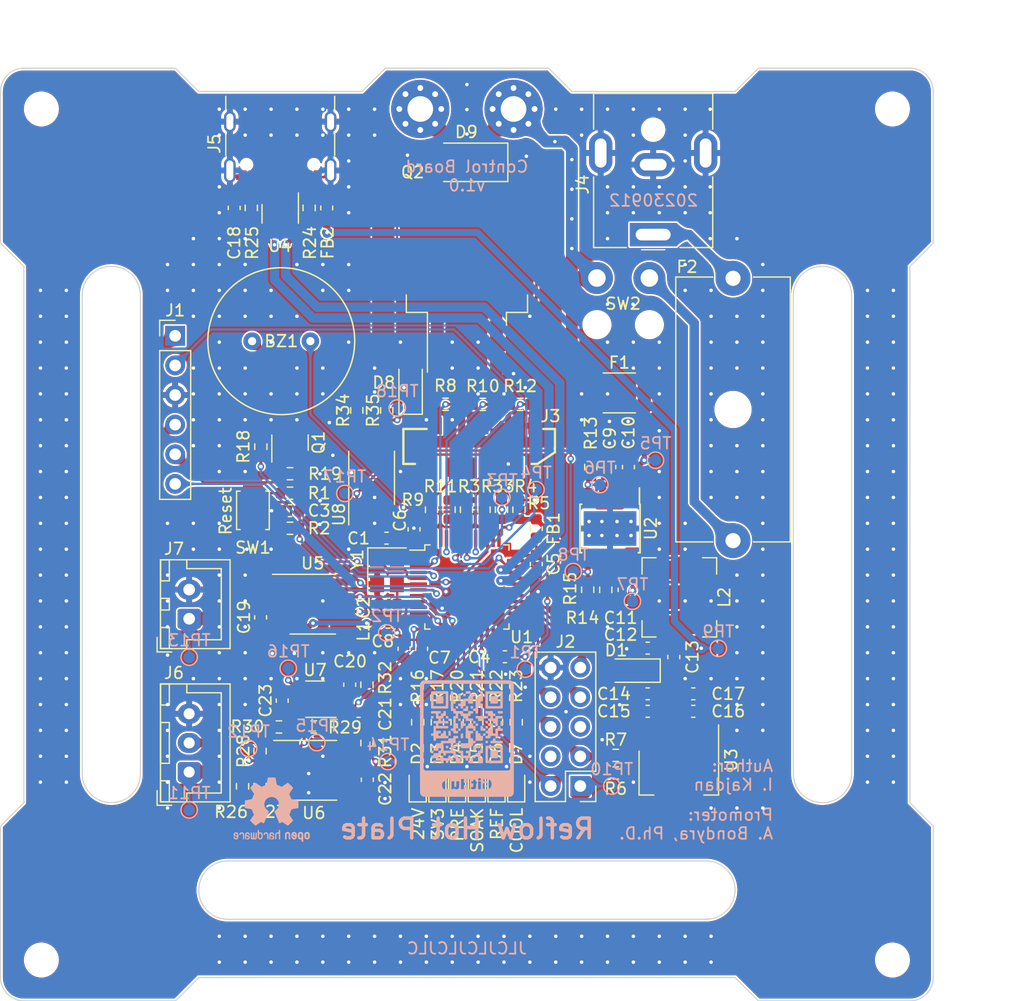
<source format=kicad_pcb>
(kicad_pcb (version 20221018) (generator pcbnew)
  (title_block (title "Reflow Hot Plate Control Board") (date "2023-09-12") (rev "${REVISION}") (company "Author: I. Kajdan") (comment 1 "Promoter: A. Bondyra, Ph.D."))
  (layers (0 "F.Cu" signal) (31 "B.Cu" signal) (34 "B.Paste" user) (35 "F.Paste" user) (36 "B.SilkS" user "B.Silkscreen") (37 "F.SilkS" user "F.Silkscreen") (38 "B.Mask" user) (39 "F.Mask" user) (44 "Edge.Cuts" user))
  (property "REVISION" "1.0")
  (net 0 "")
  (net 1 "/HSE_IN")
  (net 2 "GND")
  (net 3 "/HSE_OUT")
  (net 4 "/NRST")
  (net 5 "VDD")
  (net 6 "VDDA")
  (net 7 "/Power Supply/VIN")
  (net 8 "Net-(U2-BOOT)")
  (net 9 "/Power Supply/SW")
  (net 11 "+5V")
  (net 12 "+3.3V")
  (net 13 "Net-(U7-+)")
  (net 14 "Net-(C21-Pad1)")
  (net 15 "/PT")
  (net 16 "Net-(D3-A)")
  (net 17 "Net-(D4-A)")
  (net 18 "Net-(D5-A)")
  (net 19 "Net-(D6-A)")
  (net 20 "Net-(D7-A)")
  (net 21 "Net-(D2-A)")
  (net 22 "Net-(D8-K)")
  (net 23 "+24V")
  (net 24 "Net-(D9-A)")
  (net 25 "Net-(F2-Pad1)")
  (net 26 "Net-(SW2-A)")
  (net 27 "/USB Connector/VBUS")
  (net 28 "/SWCLK")
  (net 29 "/SWDIO")
  (net 30 "/SWO")
  (net 31 "/LCD_SCL")
  (net 32 "/LCD_SDA")
  (net 33 "/LED_STATUS")
  (net 34 "/BUTTON_UP")
  (net 35 "/BUTTON_DOWN")
  (net 36 "/BUTTON_LEFT")
  (net 37 "/BUTTON_RIGHT")
  (net 38 "/I2C2_SCL")
  (net 39 "/I2C2_SDA")
  (net 40 "/SPI2_MOSI")
  (net 41 "/SPI2_MISO")
  (net 42 "/SPI2_SCK")
  (net 43 "/SPI2_~{CS}")
  (net 44 "/USB Connector/DATA-")
  (net 45 "/USB Connector/DATA+")
  (net 49 "Net-(J3-Pin_5)")
  (net 50 "/Temperature Sensors/IN+")
  (net 51 "Net-(J3-Pin_6)")
  (net 52 "Net-(J3-Pin_7)")
  (net 53 "Net-(Q1-G)")
  (net 54 "Net-(Q1-D)")
  (net 55 "Net-(R1-Pad2)")
  (net 56 "Net-(U1-BOOT0)")
  (net 57 "/Power Supply/RT")
  (net 58 "/Power Supply/FB")
  (net 59 "/BUZZER")
  (net 60 "/LED_PREHEAT")
  (net 61 "/LED_SOAK")
  (net 62 "/LED_REFLOW")
  (net 63 "/LED_COOLING")
  (net 64 "/Temperature Sensors/IN-")
  (net 65 "Net-(J5-CC1)")
  (net 66 "/HEATBED")
  (net 68 "Net-(J3-Pin_8)")
  (net 71 "/TC_~{CS}")
  (net 72 "/TC_SCK")
  (net 73 "/TC_SO")
  (net 74 "Net-(J3-Pin_9)")
  (net 75 "Net-(R34-Pad2)")
  (net 77 "/USB_D-")
  (net 78 "/USB_D+")
  (net 79 "Net-(J5-CC2)")
  (net 81 "Net-(U6-FG)")
  (net 84 "Net-(J6-Pin_2)")
  (net 85 "Net-(J7-Pin_1)")
  (net 90 "Net-(NT1-Pad1)")
  (net 91 "Net-(R29-Pad2)")
  (net 92 "Net-(R33-Pad2)")
  (net 93 "Net-(NT2-Pad1)")
  (footprint "Package_TO_SOT_SMD:TO-263-2" (layer "F.Cu") (at 148 76.125 90)
    (fp_text reference "Q2")
    (fp_text value "IRF1018ESTRLPBF")
  )
  (footprint "Resistor_SMD:R_0603_1608Metric" (layer "F.Cu") (at 149.365 88.835 180)
    (fp_text reference "R10")
    (fp_text value "100R")
  )
  (footprint "Capacitor_SMD:C_0603_1608Metric" (layer "F.Cu") (at 163.505 115.165 180)
    (fp_text reference "C15")
    (fp_text value "100n")
  )
  (footprint "Resistor_SMD:R_0603_1608Metric" (layer "F.Cu") (at 134.865 116.505)
    (fp_text reference "R29")
    (fp_text value "5k")
  )
  (footprint "Resistor_SMD:R_0603_1608Metric" (layer "F.Cu") (at 134.465 71.985 90)
    (fp_text reference "R24")
    (fp_text value "5k1")
  )
  (footprint "Capacitor_SMD:C_0603_1608Metric" (layer "F.Cu") (at 142.605 109.805 -90)
    (fp_text reference "C8")
    (fp_text value "100n")
  )
  (footprint "Package_TO_SOT_SMD:SOT-223-3_TabPin2" (layer "F.Cu") (at 166.175 120.435 -90)
    (fp_text reference "U3")
    (fp_text value "TLV76133DCYR")
  )
  (footprint "Diode_SMD:D_SOD-123F" (layer "F.Cu") (at 143.17 87.475 90)
    (fp_text reference "D8")
    (fp_text value "15V")
  )
  (footprint "Resistor_SMD:R_0603_1608Metric" (layer "F.Cu") (at 130.255 118.575 90)
    (fp_text reference "R28")
    (fp_text value "100R")
  )
  (footprint "Local_Library:52808-1070" (layer "F.Cu") (at 149.05 92.445 180)
    (fp_text reference "J3")
    (fp_text value "Panel" hide)
  )
  (footprint "MountingHole:MountingHole_2.5mm" (layer "F.Cu") (at 111.5 136.5)
    (fp_text reference "H3" hide)
    (fp_text value "2.5mm")
  )
  (footprint "Package_TO_SOT_SMD:SOT-23-6" (layer "F.Cu") (at 131.985 72.495 -90)
    (fp_text reference "U4")
    (fp_text value "USBLC6-2SC6")
  )
  (footprint "Connector_PinHeader_2.54mm:PinHeader_2x05_P2.54mm_Vertical" (layer "F.Cu") (at 157.725 121.575 180)
    (fp_text reference "J2")
    (fp_text value "Aux")
  )
  (footprint "Capacitor_SMD:C_0603_1608Metric" (layer "F.Cu") (at 165.745 110.51 -90)
    (fp_text reference "C13")
    (fp_text value "22u")
  )
  (footprint "Capacitor_SMD:C_0603_1608Metric" (layer "F.Cu") (at 130.305 107.105 90)
    (fp_text reference "C19")
    (fp_text value "100n")
  )
  (footprint "Connector_BarrelJack:BarrelJack_CUI_PJ-063AH_Horizontal" (layer "F.Cu") (at 163.975 74.275 180)
    (fp_text reference "J4")
    (fp_text value "6.5/2mm")
  )
  (footprint "Connector_JST:JST_XH_B3B-XH-A_1x03_P2.50mm_Vertical" (layer "F.Cu") (at 124.175 120.375 90)
    (fp_text reference "J6")
    (fp_text value "RTD")
  )
  (footprint "Resistor_SMD:R_0603_1608Metric" (layer "F.Cu") (at 147.1575 116.099032 -90)
    (fp_text reference "R20")
    (fp_text value "120R")
  )
  (footprint "Capacitor_SMD:C_0603_1608Metric" (layer "F.Cu") (at 151.26 110.485 180)
    (fp_text reference "C4")
    (fp_text value "100n")
  )
  (footprint "Resistor_SMD:R_0603_1608Metric" (layer "F.Cu") (at 131.875 116.505)
    (fp_text reference "R30")
    (fp_text value "1k")
  )
  (footprint "Local_Library:NetTie-2_SMD_Pad0.2mm" (layer "F.Cu") (at 156.9 93.15 90)
    (fp_text reference "NT1" hide)
    (fp_text value "NetTie_2" hide)
  )
  (footprint "Inductor_SMD:L_0603_1608Metric" (layer "F.Cu") (at 141.225 107.52)
    (fp_text reference "L1")
    (fp_text value "10u")
  )
  (footprint "Crystal:Crystal_SMD_3225-4Pin_3.2x2.5mm" (layer "F.Cu") (at 141.145 103.15 -90)
    (fp_text reference "Y1")
    (fp_text value "8MHz")
  )
  (footprint "Capacitor_SMD:C_0603_1608Metric" (layer "F.Cu") (at 160.255 94.215 90)
    (fp_text reference "C9")
    (fp_text value "4u7")
  )
  (footprint "Resistor_SMD:R_0603_1608Metric" (layer "F.Cu") (at 160.765 118.945 180)
    (fp_text reference "R7")
    (fp_text value "10k")
  )
  (footprint "Capacitor_SMD:C_0603_1608Metric" (layer "F.Cu") (at 167.415 113.665)
    (fp_text reference "C17")
    (fp_text value "1u")
  )
  (footprint "Resistor_SMD:R_0603_1608Metric" (layer "F.Cu") (at 132.825 99.465)
    (fp_text reference "R2")
    (fp_text value "10k")
  )
  (footprint "Resistor_SMD:R_0603_1608Metric" (layer "F.Cu") (at 152.465 97.87 90)
    (fp_text reference "R5")
    (fp_text value "10k")
  )
  (footprint "Resistor_SMD:R_0603_1608Metric" (layer "F.Cu") (at 150.965 97.87 90)
    (fp_text reference "R4")
    (fp_text value "10k")
  )
  (footprint "Capacitor_SMD:C_0603_1608Metric" (layer "F.Cu") (at 143.465 99.555 90)
    (fp_text reference "C6")
    (fp_text value "100n")
  )
  (footprint "Resistor_SMD:R_0603_1608Metric" (layer "F.Cu") (at 158.625 94.215 90)
    (fp_text reference "R13")
    (fp_text value "25k5")
  )
  (footprint "LED_SMD:LED_0603_1608Metric" (layer "F.Cu") (at 147.1575 121.449032 90)
    (fp_text reference "D4")
    (fp_text value "Yellow")
  )
  (footprint "Resistor_SMD:R_0603_1608Metric" (layer "F.Cu") (at 149.465 97.87 90)
    (fp_text reference "R33")
    (fp_text value "100R")
  )
  (footprint "Resistor_SMD:R_0603_1608Metric" (layer "F.Cu") (at 130.255 121.585 90)
    (fp_text reference "R27")
    (fp_text value "1k")
  )
  (footprint "Capacitor_SMD:C_0603_1608Metric" (layer "F.Cu") (at 132.825 97.955 180)
    (fp_text reference "C3")
    (fp_text value "100n")
  )
  (footprint "Local_Library:Pad_D5mm_H2.2mm_Via" (layer "F.Cu") (at 144 63.5)
    (fp_text reference "J9" hide)
    (fp_text value "Conn_01x01" hide)
  )
  (footprint "Capacitor_SMD:C_0603_1608Metric" (layer "F.Cu") (at 161.855 94.215 90)
    (fp_text reference "C10")
    (fp_text value "100n")
  )
  (footprint "Resistor_SMD:R_0603_1608Metric" (layer "F.Cu") (at 152.565 88.835 180)
    (fp_text reference "R12")
    (fp_text value "270R")
  )
  (footprint "Resistor_SMD:R_0603_1608Metric" (layer "F.Cu") (at 150.5375 116.099032 -90)
    (fp_text reference "R22")
    (fp_text value "120R")
  )
  (footprint "Capacitor_SMD:C_0603_1608Metric" (layer "F.Cu") (at 144.115 109.805 -90)
    (fp_text reference "C7")
    (fp_text value "1u")
  )
  (footprint "Diode_SMD:D_SOD-123F" (layer "F.Cu") (at 162.37 111.675 180)
    (fp_text reference "D1")
    (fp_text value "5V6")
  )
  (footprint "Local_Library:217-36CTx6" (layer "F.Cu") (at 148 75.3)
    (fp_text reference "HS1" hide)
    (fp_text value "217-36CTE6")
  )
  (footprint "Package_TO_SOT_SMD:SOT-23" (layer "F.Cu") (at 132.825 92.115 90)
    (fp_text reference "Q1")
    (fp_text value "2N7002A")
  )
  (footprint "Local_Library:SOIC-4_4.55x3.7mm_P2.54mm" (layer "F.Cu") (at 139.825 95.135 90)
    (fp_text reference "U8")
    (fp_text value "TLP183")
  )
  (footprint "Package_SO:TI_SO-PowerPAD-8_ThermalVias" (layer "F.Cu") (at 160.275 99.485 -90)
    (fp_text reference "U2")
    (fp_text value "LMR38010SDDAR")
  )
  (footprint "LED_SMD:LED_0603_1608Metric" (layer "F.Cu") (at 150.5375 121.449032 90)
    (fp_text reference "D6")
    (fp_text value "Yellow")
  )
  (footprint "Resistor_SMD:R_0603_1608Metric" (layer "F.Cu") (at 158.36 104.735 -90)
    (fp_text reference "R15")
    (fp_text value "24k9")
  )
  (footprint "LED_SMD:LED_0603_1608Metric" (layer "F.Cu") (at 148.8475 121.449032 90)
    (fp_text reference "D5")
    (fp_text value "Yellow")
  )
  (footprint "Resistor_SMD:R_0603_1608Metric" (layer "F.Cu") (at 152.2275 116.099032 -90)
    (fp_text reference "R23")
    (fp_text value "120R")
  )
  (footprint "Local_Library:NetTie-2_SMD_Pad0.2mm" (layer "F.Cu") (at 156.55 92.8)
    (fp_text reference "NT2" hide)
    (fp_text value "NetTie_2" hide)
  )
  (footprint "Diode_SMD:D_SMA" (layer "F.Cu") (at 148 68.075 180)
    (fp_text reference "D9")
    (fp_text value "SK36A")
  )
  (footprint "Resistor_SMD:R_0603_1608Metric" (layer "F.Cu") (at 129.505 71.985 90)
    (fp_text reference "R25")
    (fp_text value "5k1")
  )
  (footprint "Resistor_SMD:R_0603_1608Metric" (layer "F.Cu") (at 139.425 112.885 90)
    (fp_text reference "R32")
    (fp_text value "3k3")
  )
  (footprint "Button_Switch_SMD:SW_SPST_B3U-1000P" (layer "F.Cu") (at 129.645 97.925 90)
    (fp_text reference "SW1")
    (fp_text value "Reset")
  )
  (footprint "MountingHole:MountingHole_2.5mm" (layer "F.Cu") (at 184.5 136.5)
    (fp_text reference "H4" hide)
    (fp_text value "2.5mm")
  )
  (footprint "Resistor_SMD:R_0603_1608Metric" (layer "F.Cu") (at 144.965 97.87 90)
    (fp_text reference "R9")
    (fp_text value "100R")
  )
  (footprint "Capacitor_SMD:C_0603_1608Metric" (layer "F.Cu") (at 163.505 113.665 180)
    (fp_text reference "C14")
    (fp_text value "1u")
  )
  (footprint "Fiducial:Fiducial_0.5mm_Mask1mm" (layer "F.Cu") (at 174.5 126.5)
    (fp_text reference "FID2" hide)
    (fp_text value "Fiducial")
  )
  (footprint "Local_Library:SwitchWireRelief" (layer "F.Cu") (at 159.15 78)
    (fp_text reference "SW2")
    (fp_text value "Power")
  )
  (footprint "Connector_JST:JST_XH_B2B-XH-A_1x02_P2.50mm_Vertical" (layer "F.Cu") (at 124.175 107.225 90)
    (fp_text reference "J7")
    (fp_text value "TC")
  )
  (footprint "Connector_PinHeader_2.54mm:PinHeader_1x06_P2.54mm_Vertical" (layer "F.Cu") (at 122.975 82.955)
    (fp_text reference "J1")
    (fp_text value "SWD")
  )
  (footprint "MountingHole:MountingHole_2.5mm" (layer "F.Cu") (at 184.5 63.5)
    (fp_text reference "H1" hide)
    (fp_text value "2.5mm")
  )
  (footprint "Capacitor_SMD:C_0603_1608Metric" (layer "F.Cu") (at 163.505 109.745 180)
    (fp_text reference "C12")
    (fp_text value "22u")
  )
  (footprint "Capacitor_SMD:C_0603_1608Metric" (layer "F.Cu") (at 132.155 114.245 90)
    (fp_text reference "C23")
    (fp_text value "100n")
  )
  (footprint "Resistor_SMD:R_0603_1608Metric" (layer "F.Cu") (at 138.555 89.355 -90)
    (fp_text reference "R34")
    (fp_text value "1k")
  )
  (footprint "Package_SO:SOIC-8_3.9x4.9mm_P1.27mm" (layer "F.Cu") (at 134.875 120.225)
    (fp_text reference "U6")
    (fp_text value "MCP6N11T-005E")
  )
  (footprint "Resistor_SMD:R_0603_1608Metric" (layer "F.Cu") (at 141.125 89.355 90)
    (fp_text reference "R35")
    (fp_text value "1k")
  )
  (footprint "Resistor_SMD:R_0603_1608Metric" (layer "F.Cu") (at 147.965 97.87 -90)
    (fp_text reference "R3")
    (fp_text value "10k")
  )
  (footprint "Resistor_SMD:R_0603_1608Metric" (layer "F.Cu") (at 132.825 96.455 180)
    (fp_text reference "R1")
    (fp_text value "1k")
  )
  (footprint "Fuse:Fuseholder_Cylinder-5x20mm_Schurter_0031_8201_Horizontal_Open" (layer "F.Cu") (at 170.825 78.025 -90)
    (fp_text reference "F2")
    (fp_text value "10A")
  )
  (footprint "Resistor_SMD:R_0603_1608Metric" (layer "F.Cu") (at 128.755 121.595 90)
    (fp_text reference "R26")
    (fp_text value "1k")
  )
  (footprint "Resistor_SMD:R_0603_1608Metric" (layer "F.Cu") (at 146.465 97.87 90)
    (fp_text reference "R11")
    (fp_text value "100R")
  )
  (footprint "Capacitor_SMD:C_0603_1608Metric" (layer "F.Cu") (at 161.48 104.745 -90)
    (fp_text reference "C11")
    (fp_text value "100n")
  )
  (footprint "Connector_USB:USB_C_Receptacle_GCT_USB4105-xx-A_16P_TopMnt_Horizontal" (layer "F.Cu") (at 131.985 65.665 180)
    (fp_text reference "J5")
    (fp_text value "USB_C")
  )
  (footprint "Capacitor_SMD:C_0603_1608Metric" (layer "F.Cu") (at 138.705 115.175 180)
    (fp_text reference "C21")
    (fp_text value "100n")
  )
  (footprint "Capacitor_SMD:C_0603_1608Metric" (layer "F.Cu") (at 137.945 112.885 -90)
    (fp_text reference "C20")
    (fp_text value "100n")
  )
  (footprint "Capacitor_SMD:C_0603_1608Metric" (layer "F.Cu") (at 139.455 121.035 -90)
    (fp_text reference "C22")
    (fp_text value "100n")
  )
  (footprint "MountingHole:MountingHole_2.5mm" (layer "F.Cu") (at 111.5 63.5)
    (fp_text reference "H2" hide)
    (fp_text value "2.5mm")
  )
  (footprint "Inductor_SMD:L_0603_1608Metric" (layer "F.Cu") (at 135.975 71.985 90)
    (fp_text reference "FB2")
    (fp_text value "600R@100MHz")
  )
  (footprint "Resistor_SMD:R_0603_1608Metric" (layer "F.Cu") (at 148.8475 116.099032 -90)
    (fp_text reference "R21")
    (fp_text value "120R")
  )
  (footprint "Local_Library:MINISMDCx" (layer "F.Cu") (at 161.075 87.855)
    (fp_text reference "F1")
    (fp_text value "500mA")
  )
  (footprint "Capacitor_SMD:C_0603_1608Metric" (layer "F.Cu") (at 153.95 102.535 -90)
    (fp_text reference "C5")
    (fp_text value "100n")
  )
  (footprint "Package_SO:SOIC-8_3.9x4.9mm_P1.27mm" (layer "F.Cu") (at 134.775 105.975)
    (fp_text reference "U5")
    (fp_text value "MAX6675")
  )
  (footprint "LED_SMD:LED_0603_1608Metric" (layer "F.Cu") (at 152.2275 121.449032 90)
    (fp_text reference "D7")
    (fp_text value "Yellow")
  )
  (footprint "Package_QFP:LQFP-48_7x7mm_P0.5mm" (layer "F.Cu") (at 148 104.5)
    (fp_text reference "U1")
    (fp_text value "STM32F103C8T6")
  )
  (footprint "Local_Library:SRN6028Cx" (layer "F.Cu") (at 166.22 105.39 -90)
    (fp_text reference "L2")
    (fp_text value "15u")
  )
  (footprint "Fiducial:Fiducial_0.5mm_Mask1mm" (layer "F.Cu") (at 174.5 73.5)
    (fp_text reference "FID3" hide)
    (fp_text value "Fiducial")
  )
  (footprint "Resistor_SMD:R_0603_1608Metric" (layer "F.Cu") (at 139.425 117.885 90)
    (fp_text reference "R31")
    (fp_text value "3k3")
  )
  (footprint "Capacitor_SMD:C_0603_1608Metric" (layer "F.Cu") (at 167.415 115.165)
    (fp_text reference "C16")
    (fp_text value "100n")
  )
  (footprint "LED_SMD:LED_0603_1608Metric" (layer "F.Cu") (at 145.4675 121.449032 90)
    (fp_text reference "D3")
    (fp_text value "Green")
  )
  (footprint "Capacitor_SMD:C_0603_1608Metric" (layer "F.Cu") (at 141.245 105.98 180)
    (fp_text reference "C2")
    (fp_text value "10p")
  )
  (footprint "Package_TO_SOT_SMD:SOT-23-5" (layer "F.Cu") (at 134.975 114.125 180)
    (fp_text reference "U7")
    (fp_text value "MCP6001T")
  )
  (footprint "Capacitor_SMD:C_0603_1608Metric" (layer "F.Cu") (at 141.105 100.31)
    (fp_text reference "C1")
    (fp_text value "10p")
  )
  (footprint "Resistor_SMD:R_0603_1608Metric" (layer "F.Cu") (at 145.4675 116.099032 -90)
    (fp_text reference "R17")
    (fp_text value "120R")
  )
  (footprint "Resistor_SMD:R_0603_1608Metric" (layer "F.Cu") (at 132.825 94.785 180)
    (fp_text reference "R19")
    (fp_text value "10k")
  )
  (footprint "Local_Library:Pad_D5mm_H2.2mm_Via" (layer "F.Cu") (at 152 63.5)
    (fp_text reference "J8" hide)
    (fp_text value "Conn_01x01" hide)
  )
  (footprint "Resistor_SMD:R_0603_1608Metric" (layer "F.Cu") (at 160.765 120.455 180)
    (fp_text reference "R6")
    (fp_text value "10k")
  )
  (footprint "Resistor_SMD:R_0603_1608Metric" (layer "F.Cu") (at 159.91 104.745 90)
    (fp_text reference "R14")
    (fp_text value "100k")
  )
  (footprint "Inductor_SMD:L_0603_1608Metric" (layer "F.Cu") (at 153.95 99.485 90)
    (fp_text reference "FB1")
    (fp_text value "600R@100MHz")
  )
  (footprint "Fiducial:Fiducial_0.5mm_Mask1mm" (layer "F.Cu") (at 121.5 126.5)
    (fp_text reference "FID1" hide)
    (fp_text value "Fiducial")
  )
  (footprint "Resistor_SMD:R_0603_1608Metric" (layer "F.Cu") (at 146.165 88.825 180)
    (fp_text reference "R8")
    (fp_text value "100R")
  )
  (footprint "Resistor_SMD:R_0603_1608Metric" (layer "F.Cu") (at 143.7775 116.099032 -90)
    (fp_text reference "R16")
    (fp_text value "2k2")
  )
  (footprint "Resistor_SMD:R_0603_1608Metric" (layer "F.Cu") (at 130.325 92.465 -90)
    (fp_text reference "R18")
    (fp_text value "100R")
  )
  (footprint "Capacitor_SMD:C_0603_1608Metric" (layer "F.Cu") (at 128.035 71.985 -90)
    (fp_text reference "C18")
    (fp_text value "100n")
  )
  (footprint "LED_SMD:LED_0603_1608Metric" (layer "F.Cu") (at 143.7775 121.449032 90)
    (fp_text reference "D2")
    (fp_text value "Green")
  )
  (footprint "Local_Library:PKM13EPYH4000-A0" (layer "F.Cu") (at 132.075 83.415 180)
    (fp_text reference "BZ1")
    (fp_text value "Buzzer")
  )
  (footprint "TestPoint:TestPoint_Pad_D1.0mm" (layer "B.Cu") (at 162.2 105.725 180)
    (fp_text reference "TP7")
    (fp_text value "TestPoint_Small")
  )
  (footprint "TestPoint:TestPoint_Pad_D1.0mm" (layer "B.Cu") (at 137.525 96.475 180)
    (fp_text reference "TP17")
    (fp_text value "TestPoint_Small")
  )
  (footprint "TestPoint:TestPoint_Pad_D1.0mm" (layer "B.Cu") (at 141.225 119.475 180)
    (fp_text reference "TP14")
    (fp_text value "TestPoint_Small")
  )
  (footprint "TestPoint:TestPoint_Pad_D1.0mm" (layer "B.Cu") (at 124.175 123.625 180)
    (fp_text reference "TP11")
    (fp_text value "TestPoint_Small")
  )
  (footprint "TestPoint:TestPoint_Pad_D1.0mm" (layer "B.Cu") (at 159.4 95.725 180)
    (fp_text reference "TP6")
    (fp_text value "TestPoint_Small")
  )
  (footprint "TestPoint:TestPoint_Pad_D1.0mm" (layer "B.Cu") (at 142.025 89.15 180)
    (fp_text reference "TP18")
    (fp_text value "TestPoint_Small")
  )
  (footprint "TestPoint:TestPoint_Pad_D1.0mm" (layer "B.Cu") (at 153.925 96.15 180)
    (fp_text reference "TP4")
    (fp_text value "TestPoint_Small")
  )
  (footprint "TestPoint:TestPoint_Pad_D1.0mm" (layer "B.Cu") (at 135.125 117.85 180)
    (fp_text reference "TP15")
    (fp_text value "TestPoint_Small")
  )
  (footprint "TestPoint:TestPoint_Pad_D1.0mm" (layer "B.Cu") (at 124.175 110.525 180)
    (fp_text reference "TP13")
    (fp_text value "TestPoint_Small")
  )
  (footprint "TestPoint:TestPoint_Pad_D1.0mm" (layer "B.Cu") (at 157.125 103.175 180)
    (fp_text reference "TP8")
    (fp_text value "TestPoint_Small")
  )
  (footprint "TestPoint:TestPoint_Pad_D1.0mm" (layer "B.Cu") (at 169.565 109.765 180)
    (fp_text reference "TP9")
    (fp_text value "TestPoint_Small")
  )
  (footprint "TestPoint:TestPoint_Pad_D1.0mm" (layer "B.Cu") (at 141.115 108.435 180)
    (fp_text reference "TP2")
    (fp_text value "TestPoint_Small")
  )
  (footprint "Local_Library:OSHW-Logo2_7.3x6mm_SilkScreen" (layer "B.Cu") (at 131.25 123.6 180)
    (fp_text reference "REF**" hide)
    (fp_text value "OSHW-Logo2_7.3x6mm_SilkScreen" hide)
  )
  (footprint "TestPoint:TestPoint_Pad_D1.0mm" (layer "B.Cu") (at 129.275 118.35 180)
    (fp_text reference "TP12")
    (fp_text value "TestPoint_Small")
  )
  (footprint "TestPoint:TestPoint_Pad_D1.0mm" (layer "B.Cu") (at 160.425 121.575 180)
    (fp_text reference "TP10")
    (fp_text value "TestPoint_Small")
  )
  (footprint "TestPoint:TestPoint_Pad_D1.0mm" (layer "B.Cu") (at 151 96.8 180)
    (fp_text reference "TP3")
    (fp_text value "TestPoint_Small")
  )
  (footprint "Local_Library:QRCodeFrame_10mm" (layer "B.Cu") (at 148 117.5 180)
    (fp_text reference "G***" hide)
    (fp_text value "LOGO" hide)
  )
  (footprint "TestPoint:TestPoint_Pad_D1.0mm" (layer "B.Cu") (at 153 111.55 180)
    (fp_text reference "TP1")
    (fp_text value "TestPoint_Small")
  )
  (footprint "TestPoint:TestPoint_Pad_D1.0mm" (layer "B.Cu") (at 164.175 93.625 180)
    (fp_text reference "TP5")
    (fp_text value "TestPoint_Small")
  )
  (footprint "TestPoint:TestPoint_Pad_D1.0mm" (layer "B.Cu") (at 132.675 111.475 180)
    (fp_text reference "TP16")
    (fp_text value "TestPoint_Small")
  )
  (gr_line locked (start 110 77) (end 108 75) (stroke (width 0.1)) (layer "Edge.Cuts"))
  (gr_line locked (start 125 62) (end 123 60) (stroke (width 0.1)) (layer "Edge.Cuts"))
  (gr_line locked (start 173 60) (end 186 60) (stroke (width 0.1)) (layer "Edge.Cuts"))
  (gr_arc locked (start 120 120.5) (mid 117.5 123) (end 115 120.5) (stroke (width 0.1)) (layer "Edge.Cuts"))
  (gr_line locked (start 120 79.5) (end 120 120.5) (stroke (width 0.1)) (layer "Edge.Cuts"))
  (gr_arc locked (start 108 62) (mid 108.585786 60.585786) (end 110 60) (stroke (width 0.1)) (layer "Edge.Cuts"))
  (gr_line locked (start 108 125) (end 110 123) (stroke (width 0.1)) (layer "Edge.Cuts"))
  (gr_line locked (start 181 79.5) (end 181 120.5) (stroke (width 0.1)) (layer "Edge.Cuts"))
  (gr_line locked (start 127.5 128) (end 168.5 128) (stroke (width 0.1)) (layer "Edge.Cuts"))
  (gr_arc locked (start 176 79.5) (mid 178.5 77) (end 181 79.5) (stroke (width 0.1)) (layer "Edge.Cuts"))
  (gr_line locked (start 171 138) (end 125 138) (stroke (width 0.1)) (layer "Edge.Cuts"))
  (gr_line locked (start 157 62) (end 171 62) (stroke (width 0.1)) (layer "Edge.Cuts"))
  (gr_line locked (start 168.5 133) (end 127.5 133) (stroke (width 0.1)) (layer "Edge.Cuts"))
  (gr_arc locked (start 110 140) (mid 108.585786 139.414214) (end 108 138) (stroke (width 0.1)) (layer "Edge.Cuts"))
  (gr_line locked (start 186 123) (end 188 125) (stroke (width 0.1)) (layer "Edge.Cuts"))
  (gr_arc locked (start 127.5 133) (mid 125 130.5) (end 127.5 128) (stroke (width 0.1)) (layer "Edge.Cuts"))
  (gr_line locked (start 108 75) (end 108 62) (stroke (width 0.1)) (layer "Edge.Cuts"))
  (gr_line locked (start 188 125) (end 188 138) (stroke (width 0.1)) (layer "Edge.Cuts"))
  (gr_line locked (start 139 62) (end 125 62) (stroke (width 0.1)) (layer "Edge.Cuts"))
  (gr_arc locked (start 168.5 128) (mid 171 130.5) (end 168.5 133) (stroke (width 0.1)) (layer "Edge.Cuts"))
  (gr_line locked (start 110 60) (end 123 60) (stroke (width 0.1)) (layer "Edge.Cuts"))
  (gr_arc locked (start 186 60) (mid 187.414214 60.585786) (end 188 62) (stroke (width 0.1)) (layer "Edge.Cuts"))
  (gr_line locked (start 115 120.5) (end 115 79.5) (stroke (width 0.1)) (layer "Edge.Cuts"))
  (gr_line locked (start 173 140) (end 171 138) (stroke (width 0.1)) (layer "Edge.Cuts"))
  (gr_line locked (start 186 123) (end 186 77) (stroke (width 0.1)) (layer "Edge.Cuts"))
  (gr_line locked (start 186 77) (end 188 75) (stroke (width 0.1)) (layer "Edge.Cuts"))
  (gr_arc locked (start 115 79.5) (mid 117.5 77) (end 120 79.5) (stroke (width 0.1)) (layer "Edge.Cuts"))
  (gr_line locked (start 141 60) (end 139 62) (stroke (width 0.1)) (layer "Edge.Cuts"))
  (gr_line locked (start 110 123) (end 110 77) (stroke (width 0.1)) (layer "Edge.Cuts"))
  (gr_arc locked (start 181 120.5) (mid 178.5 123) (end 176 120.5) (stroke (width 0.1)) (layer "Edge.Cuts"))
  (gr_line locked (start 155 60) (end 141 60) (stroke (width 0.1)) (layer "Edge.Cuts"))
  (gr_line locked (start 188 62) (end 188 75) (stroke (width 0.1)) (layer "Edge.Cuts"))
  (gr_line locked (start 155 60) (end 157 62) (stroke (width 0.1)) (layer "Edge.Cuts"))
  (gr_arc locked (start 188 138) (mid 187.414214 139.414214) (end 186 140) (stroke (width 0.1)) (layer "Edge.Cuts"))
  (gr_line locked (start 123 140) (end 110 140) (stroke (width 0.1)) (layer "Edge.Cuts"))
  (gr_line locked (start 171 62) (end 173 60) (stroke (width 0.1)) (layer "Edge.Cuts"))
  (gr_line locked (start 125 138) (end 123 140) (stroke (width 0.1)) (layer "Edge.Cuts"))
  (gr_line locked (start 108 138) (end 108 125) (stroke (width 0.1)) (layer "Edge.Cuts"))
  (gr_line locked (start 186 140) (end 173 140) (stroke (width 0.1)) (layer "Edge.Cuts"))
  (gr_line locked (start 176 120.5) (end 176 79.5) (stroke (width 0.1)) (layer "Edge.Cuts"))
  (gr_text "20230912" (at 164 71.35) (layer "B.SilkS") (effects (font (size 1 1)) (justify mirror)))
  (gr_text "Reflow Hot Plate" (at 148 125.25) (layer "B.SilkS") (effects (font (size 1.7 1.7) (thickness 0.3) bold) (justify mirror)))
  (gr_text "Control Board\nv${REVISION}" (at 148 69.25) (layer "B.SilkS") (effects (font (size 1 1)) (justify mirror)))
  (gr_text "JLCJLCJLCJLC" (at 148 135.5) (layer "B.SilkS") (effects (font (size 1 1)) (justify mirror)))
  (gr_text "Author:\nI. Kajdan" (at 174.35 120.65) (layer "B.SilkS") (effects (font (size 1 1)) (justify left mirror)))
  (gr_text "Promoter:\nA. Bondyra, Ph.D." (at 174.35 124.84) (layer "B.SilkS") (effects (font (size 1 1)) (justify left mirror)))
  (gr_text "3V3" (at 145.505 123.338064 90) (layer "F.SilkS") (effects (font (size 1 1)) (justify right)))
  (gr_text "SOAK" (at 148.885 123.338064 90) (layer "F.SilkS") (effects (font (size 1 1)) (justify right)))
  (gr_text "24V" (at 143.815 123.338064 90) (layer "F.SilkS") (effects (font (size 1 1)) (justify right)))
  (gr_text "PRE" (at 147.195 123.338064 90) (layer "F.SilkS") (effects (font (size 1 1)) (justify right)))
  (gr_text "Reset" (at 127.3 98 90) (layer "F.SilkS") (effects (font (size 1 1))))
  (gr_text "REF" (at 150.575 123.338064 90) (layer "F.SilkS") (effects (font (size 1 1)) (justify right)))
  (gr_text "COOL" (at 152.265 123.338064 90) (layer "F.SilkS") (effects (font (size 1 1)) (justify right)))
  (segment (start 142.85 103.215) (end 142.635 103) (width 0.2) (layer "F.Cu") (net 1))
  (segment (start 141.245 103) (end 140.295 102.05) (width 0.2) (layer "F.Cu") (net 1))
  (segment (start 143.02019 103.75) (end 142.85 103.57981) (width 0.2) (layer "F.Cu") (net 1))
  (segment (start 143.8375 103.75) (end 143.02019 103.75) (width 0.2) (layer "F.Cu") (net 1))
  (segment (start 140.33 100.31) (end 140.33 102.015) (width 0.2) (layer "F.Cu") (net 1))
  (segment (start 142.635 103) (end 141.245 103) (width 0.2) (layer "F.Cu") (net 1))
  (segment (start 142.85 103.57981) (end 142.85 103.215) (width 0.2) (layer "F.Cu") (net 1))
  (segment (start 140.33 102.015) (end 140.295 102.05) (width 0.2) (layer "F.Cu") (net 1))
  (segment (start 132.05 97.955) (end 131.245 97.955) (width 0.2) (layer "F.Cu") (net 2))
  (segment (start 137.945 113.66) (end 138.705 112.9) (width 0.2) (layer "F.Cu") (net 2))
  (segment (start 143.45 99.4505) (end 143.45 98.795) (width 0.2) (layer "F.Cu") (net 2))
  (segment (start 144.035 99.35) (end 143.465 98.78) (width 0.2) (layer "F.Cu") (net 2))
  (segment (start 136.1125 114.125) (end 137.48 114.125) (width 0.2) (layer "F.Cu") (net 2))
  (segment (start 132.3 72.55) (end 134.205 72.55) (width 0.2) (layer "F.Cu") (net 2))
  (segment (start 145.875586 106.29562) (end 144.87 105.290034) (width 0.2) (layer "F.Cu") (net 2))
  (segment (start 135.73 69.345) (end 136.305 68.77) (width 0.2) (layer "F.Cu") (net 2))
  (segment (start 138.705 112.9) (end 140.2 112.9) (width 0.2) (layer "F.Cu") (net 2))
  (segment (start 143.45 98.795) (end 143.465 98.78) (width 0.2) (layer "F.Cu") (net 2))
  (segment (start 153.95 103.1) (end 153.1 102.25) (width 0.2) (layer "F.Cu") (net 2))
  (segment (start 145.75 99.55) (end 145.55 99.35) (width 0.2) (layer "F.Cu") (net 2))
  (segment (start 133.775 93.0525) (end 133.775 94.66) (width 0.2) (layer "F.Cu") (net 2))
  (segment (start 134.205 72.55) (end 134.465 72.81) (width 0.2) (layer "F.Cu") (net 2))
  (segment (start 133.775 94.66) (end 133.65 94.785) (width 0.2) (layer "F.Cu") (net 2))
  (segment (start 131.985 72.235) (end 132.3 72.55) (width 0.2) (layer "F.Cu") (net 2))
  (segment (start 153.1 102.25) (end 152.1625 102.25) (width 0.2) (layer "F.Cu") (net 2))
  (segment (start 144.87 105.27) (end 144.85 105.25) (width 0.2) (layer "F.Cu") (net 2))
  (segment (start 135.185 69.345) (end 135.73 69.345) (width 0.2) (layer "F.Cu") (net 2))
  (segment (start 147.965 96.433828) (end 147.965 97.045) (width 0.2) (layer "F.Cu") (net 2))
  (segment (start 137.48 114.125) (end 137.945 113.66) (width 0.2) (layer "F.Cu") (net 2))
  (segment (start 144.87 105.290034) (end 144.87 105.27) (width 0.2) (layer "F.Cu") (net 2))
  (segment (start 131.985 71.3575) (end 131.985 72.235) (width 0.2) (layer "F.Cu") (net 2))
  (segment (start 153.95 103.31) (end 153.95 103.1) (width 0.2) (layer "F.Cu") (net 2))
  (segment (start 150.25 110.25) (end 150.485 110.485) (width 0.2) (layer "F.Cu") (net 2))
  (segment (start 128.785 69.345) (end 128.24 69.345) (width 0.2) (layer "F.Cu") (net 2))
  (segment (start 145.75 100.3375) (end 145.75 99.55) (width 0.2) (layer "F.Cu") (net 2))
  (segment (start 131.245 97.955) (end 131.241914 97.958086) (width 0.2) (layer "F.Cu") (net 2))
  (segment (start 150.25 108.6625) (end 150.25 110.25) (width 0.2) (layer "F.Cu") (net 2))
  (segment (start 145.55 99.35) (end 144.035 99.35) (width 0.2) (layer "F.Cu") (net 2))
  (segment (start 145.875586 106.324414) (end 145.875586 106.29562) (width 0.2) (layer "F.Cu") (net 2))
  (segment (start 148.099414 96.299414) (end 147.965 96.433828) (width 0.2) (layer "F.Cu") (net 2))
  (segment (start 144.85 105.25) (end 143.8375 105.25) (width 0.2) (layer "F.Cu") (net 2))
  (segment (start 128.24 69.345) (end 127.665 68.77) (width 0.2) (layer "F.Cu") (net 2))
  (via locked (at 162.28 136.68) (size 0.56) (drill 0.3) (layers "F.Cu" "B.Cu") (net 2))
  (via locked (at 135.4 94.8) (size 0.56) (drill 0.3) (layers "F.Cu" "B.Cu") (net 2))
  (via locked (at 166.72 134.46) (size 0.56) (drill 0.3) (layers "F.Cu" "B.Cu") (net 2))
  (via locked (at 113.64 112.36) (size 0.56) (drill 0.3) (layers "F.Cu" "B.Cu") (net 2))
  (via locked (at 126.76 90.16) (size 0.56) (drill 0.3) (layers "F.Cu" "B.Cu") (net 2))
  (via locked (at 184.58 87.94) (size 0.56) (drill 0.3) (layers "F.Cu" "B.Cu") (net 2))
  (via locked (at 173.38 90.16) (size 0.56) (drill 0.3) (layers "F.Cu" "B.Cu") (net 2))
  (via locked (at 131.2 83.5) (size 0.56) (drill 0.3) (layers "F.Cu" "B.Cu") (net 2))
  (via locked (at 160.06 74.62) (size 0.56) (drill 0.3) (layers "F.Cu" "B.Cu") (net 2))
  (via locked (at 162.28 134.46) (size 0.56) (drill 0.3) (layers "F.Cu" "B.Cu") (net 2))
  (via locked (at 133.42 136.68) (size 0.56) (drill 0.3) (layers "F.Cu" "B.Cu") (net 2))
  (via locked (at 128.98 107.92) (size 0.56) (drill 0.3) (layers "F.Cu" "B.Cu") (net 2))
  (via locked (at 160.225 90.3) (size 0.56) (drill 0.3) (layers "F.Cu" "B.Cu") (net 2))
  (via locked (at 161.1 114.6) (size 0.56) (drill 0.3) (layers "F.Cu" "B.Cu") (net 2))
  (via locked (at 144.52 90.16) (size 0.56) (drill 0.3) (layers "F.Cu" "B.Cu") (net 2))
  (via locked (at 142.3 136.68) (size 0.56) (drill 0.3) (layers "F.Cu" "B.Cu") (net 2))
  (via locked (at 111.42 114.58) (size 0.56) (drill 0.3) (layers "F.Cu" "B.Cu") (net 2))
  (via locked (at 168.94 87.94) (size 0.56) (drill 0.3) (layers "F.Cu" "B.Cu") (net 2))
  (via locked (at 164.5 91.1) (size 0.56) (drill 0.3) (layers "F.Cu" "B.Cu") (net 2))
  (via locked (at 173.38 116.8) (size 0.56) (drill 0.3) (layers "F.Cu" "B.Cu") (net 2))
  (via locked (at 111.42 105.7) (size 0.56) (drill 0.3) (layers "F.Cu" "B.Cu") (net 2))
  (via locked (at 111.42 101.26) (size 0.56) (drill 0.3) (layers "F.Cu" "B.Cu") (net 2))
  (via locked (at 168.865 70.18) (size 0.56) (drill 0.3) (layers "F.Cu" "B.Cu") (net 2))
  (via locked (at 111.42 87.94) (size 0.56) (drill 0.3) (layers "F.Cu" "B.Cu") (net 2))
  (via locked (at 135.64 65.74) (size 0.56) (drill 0.3) (layers "F.Cu" "B.Cu") (net 2))
  (via locked (at 182.36 99.04) (size 0.56) (drill 0.3) (layers "F.Cu" "B.Cu") (net 2))
  (via locked (at 126.76 136.68) (size 0.56) (drill 0.3) (layers "F.Cu" "B.Cu") (net 2))
  (via locked (at 144.52 112.36) (size 0.56) (drill 0.3) (layers "F.Cu" "B.Cu") (net 2))
  (via locked (at 126.76 114.58) (size 0.56) (drill 0.3) (layers "F.Cu" "B.Cu") (net 2))
  (via locked (at 166.72 67.96) (size 0.56) (drill 0.3) (layers "F.Cu" "B.Cu") (net 2))
  (via locked (at 168.94 79.06) (size 0.56) (drill 0.3) (layers "F.Cu" "B.Cu") (net 2))
  (via (at 153 113.1) (size 0.56) (drill 0.3) (layers "F.Cu" "B.Cu") (net 2))
  (via locked (at 164.5 83.5) (size 0.56) (drill 0.3) (layers "F.Cu" "B.Cu") (net 2))
  (via locked (at 168.94 136.68) (size 0.56) (drill 0.3) (layers "F.Cu" "B.Cu") (net 2))
  (via locked (at 137.86 83.5) (size 0.56) (drill 0.3) (layers "F.Cu" "B.Cu") (net 2))
  (via locked (at 111.42 112.36) (size 0.56) (drill 0.3) (layers "F.Cu" "B.Cu") (net 2))
  (via locked (at 173.38 87.94) (size 0.56) (drill 0.3) (layers "F.Cu" "B.Cu") (net 2))
  (via locked (at 111.42 119.02) (size 0.56) (drill 0.3) (layers "F.Cu" "B.Cu") (net 2))
  (via locked (at 126.76 105.7) (size 0.56) (drill 0.3) (layers "F.Cu" "B.Cu") (net 2))
  (via locked (at 140.08 85.72) (size 0.56) (drill 0.3) (layers "F.Cu" "B.Cu") (net 2))
  (via locked (at 166.72 136.68) (size 0.56) (drill 0.3) (layers "F.Cu" "B.Cu") (net 2))
  (via locked (at 126.76 123.46) (size 0.56) (drill 0.3) (layers "F.Cu" "B.Cu") (net 2))
  (via locked (at 135.64 119.02) (size 0.56) (drill 0.3) (layers "F.Cu" "B.Cu") (net 2))
  (via locked (at 146.74 83.5) (size 0.56) (drill 0.3) (layers "F.Cu" "B.Cu") (net 2))
  (via locked (at 184.58 107.92) (size 0.56) (drill 0.3) (layers "F.Cu" "B.Cu") (net 2))
  (via locked (at 126.76 101.26) (size 0.56) (drill 0.3) (layers "F.Cu" "B.Cu") (net 2))
  (via locked (at 122.32 121.24) (size 0.56) (drill 0.3) (layers "F.Cu" "B.Cu") (net 2))
  (via locked (at 133.42 63.52) (size 0.56) (drill 0.3) (layers "F.Cu" "B.Cu") (net 2))
  (via locked (at 164.5 96.82) (size 0.56) (drill 0.3) (layers "F.Cu" "B.Cu") (net 2))
  (via locked (at 160.06 136.68) (size 0.56) (drill 0.3) (layers "F.Cu" "B.Cu") (net 2))
  (via locked (at 131.2 134.46) (size 0.56) (drill 0.3) (layers "F.Cu" "B.Cu") (net 2))
  (via locked (at 133.42 81.28) (size 0.56) (drill 0.3) (layers "F.Cu" "B.Cu") (net 2))
  (via locked (at 111.42 79.06) (size 0.56) (drill 0.3) (layers "F.Cu" "B.Cu") (net 2))
  (via locked (at 140.08 87.775) (size 0.56) (drill 0.3) (layers "F.Cu" "B.Cu") (net 2))
  (via locked (at 131.2 136.68) (size 0.56) (drill 0.3) (layers "F.Cu" "B.Cu") (net 2))
  (via locked (at 164.5 87.94) (size 0.56) (drill 0.3) (layers "F.Cu" "B.Cu") (net 2))
  (via locked (at 126.76 107.92) (size 0.56) (drill 0.3) (layers "F.Cu" "B.Cu") (net 2))
  (via locked (at 126.76 87.94) (size 0.56) (drill 0.3) (layers "F.Cu" "B.Cu") (net 2))
  (via locked (at 182.36 103.48) (size 0.56) (drill 0.3) (layers "F.Cu" "B.Cu") (net 2))
  (via locked (at 133.42 90.16) (size 0.56) (drill 0.3) (layers "F.Cu" "B.Cu") (net 2))
  (via locked (at 182.36 107.92) (size 0.56) (drill 0.3) (layers "F.Cu" "B.Cu") (net 2))
  (via locked (at 164.5 94.6) (size 0.56) (drill 0.3) (layers "F.Cu" "B.Cu") (net 2))
  (via locked (at 113.64 85.72) (size 0.56) (drill 0.3) (layers "F.Cu" "B.Cu") (net 2))
  (via locked (at 168.94 96.82) (size 0.56) (drill 0.3) (layers "F.Cu" "B.Cu") (net 2))
  (via locked (at 173.38 83.5) (size 0.56) (drill 0.3) (layers "F.Cu" "B.Cu") (net 2))
  (via locked (at 148 65.65) (size 0.56) (drill 0.3) (layers "F.Cu" "B.Cu") (net 2))
  (via locked (at 135.374414 99.125586) (size 0.56) (drill 0.3) (layers "F.Cu" "B.Cu") (net 2))
  (via locked (at 166.72 70.18) (size 0.56) (drill 0.3) (layers "F.Cu" "B.Cu") (net 2))
  (via locked (at 159.6 117.6) (size 0.56) (drill 0.3) (layers "F.Cu" "B.Cu") (net 2))
  (via locked (at 162.28 72.4) (size 0.56) (drill 0.3) (layers "F.Cu" "B.Cu") (net 2))
  (via locked (at 128.98 63.52) (size 0.56) (drill 0.3) (layers "F.Cu" "B.Cu") (net 2))
  (via locked (at 122.32 99.04) (size 0.56) (drill 0.3) (layers "F.Cu" "B.Cu") (net 2))
  (via locked (at 153.4 81.28) (size 0.56) (drill 0.3) (layers "F.Cu" "B.Cu") (net 2))
  (via locked (at 148 119.9) (size 0.56) (drill 0.3) (layers "F.Cu" "B.Cu") (net 2))
  (via locked (at 182.36 101.26) (size 0.56) (drill 0.3) (layers "F.Cu" "B.Cu") (net 2))
  (via locked (at 124.54 92.38) (size 0.56) (drill 0.3) (layers "F.Cu" "B.Cu") (net 2))
  (via locked (at 124.54 112.36) (size 0.56) (drill 0.3) (layers "F.Cu" "B.Cu") (net 2))
  (via locked (at 171.16 105.7) (size 0.56) (drill 0.3) (layers "F.Cu" "B.Cu") (net 2))
  (via locked (at 153.1 67.56) (size 0.56) (drill 0.3) (layers "F.Cu" "B.Cu") (net 2))
  (via locked (at 128.98 85.72) (size 0.56) (drill 0.3) (layers "F.Cu" "B.Cu") (net 2))
  (via locked (at 173.38 92.38) (size 0.56) (drill 0.3) (layers "F.Cu" "B.Cu") (net 2))
  (via locked (at 113.64 87.94) (size 0.56) (drill 0.3) (layers "F.Cu" "B.Cu") (net 2))
  (via locked (at 184.58 112.36) (size 0.56) (drill 0.3) (layers "F.Cu" "B.Cu") (net 2))
  (via locked (at 128.98 74.62) (size 0.56) (drill 0.3) (layers "F.Cu" "B.Cu") (net 2))
  (via locked (at 171.16 107.92) (size 0.56) (drill 0.3) (layers "F.Cu" "B.Cu") (net 2))
  (via locked (at 182.36 85.72) (size 0.56) (drill 0.3) (layers "F.Cu" "B.Cu") (net 2))
  (via locked (at 182.36 81.28) (size 0.56) (drill 0.3) (layers "F.Cu" "B.Cu") (net 2))
  (via locked (at 129.15 116.625) (size 0.56) (drill 0.3) (layers "F.Cu" "B.Cu") (net 2))
  (via locked (at 131.2 90.16) (size 0.56) (drill 0.3) (layers "F.Cu" "B.Cu") (net 2))
  (via locked (at 160.06 107.92) (size 0.56) (drill 0.3) (layers "F.Cu" "B.Cu") (net 2))
  (via locked (at 131.2 79.06) (size 0.56) (drill 0.3) (layers "F.Cu" "B.Cu") (net 2))
  (via locked (at 184.58 94.6) (size 0.56) (drill 0.3) (layers "F.Cu" "B.Cu") (net 2))
  (via locked (at 124.54 90.16) (size 0.56) (drill 0.3) (layers "F.Cu" "B.Cu") (net 2))
  (via locked (at 126.76 99.04) (size 0.56) (drill 0.3) (layers "F.Cu" "B.Cu") (net 2))
  (via locked (at 162.28 65.74) (size 0.56) (drill 0.3) (layers "F.Cu" "B.Cu") (net 2))
  (via locked (at 111.42 90.16) (size 0.56) (drill 0.3) (layers "F.Cu" "B.Cu") (net 2))
  (via locked (at 142.9 67.46) (size 0.56) (drill 0.3) (layers "F.Cu" "B.Cu") (net 2))
  (via locked (at 162.28 63.52) (size 0.56) (drill 0.3) (layers "F.Cu" "B.Cu") (net 2))
  (via locked (at 184.58 103.48) (size 0.56) (drill 0.3) (layers "F.Cu" "B.Cu") (net 2))
  (via locked (at 160.05 80.25) (size 0.56) (drill 0.3) (layers "F.Cu" "B.Cu") (net 2))
  (via locked (at 153.4 119.02) (size 0.56) (drill 0.3) (layers "F.Cu" "B.Cu") (net 2))
  (via locked (at 126.76 94.6) (size 0.56) (drill 0.3) (layers "F.Cu" "B.Cu") (net 2))
  (via locked (at 126.76 63.52) (size 0.56) (drill 0.3) (layers "F.Cu" "B.Cu") (net 2))
  (via locked (at 153.4 121.24) (size 0.56) (drill 0.3) (layers "F.Cu" "B.Cu") (net 2))
  (via locked (at 156.5 115.2) (size 0.56) (drill 0.3) (layers "F.Cu" "B.Cu") (net 2))
  (via locked (at 126.76 134.46) (size 0.56) (drill 0.3) (layers "F.Cu" "B.Cu") (net 2))
  (via locked (at 113.64 121.24) (size 0.56) (drill 0.3) (layers "F.Cu" "B.Cu") (net 2))
  (via locked (at 136.2 90.4) (size 0.56) (drill 0.3) (layers "F.Cu" "B.Cu") (net 2))
  (via locked (at 168.94 105.7) (size 0.56) (drill 0.3) (layers "F.Cu" "B.Cu") (net 2))
  (via locked (at 173.38 110.14) (size 0.56) (drill 0.3) (layers "F.Cu" "B.Cu") (net 2))
  (via locked (at 164.5 85.72) (size 0.56) (drill 0.3) (layers "F.Cu" "B.Cu") (net 2))
  (via locked (at 133.42 65.74) (size 0.56) (drill 0.3) (layers "F.Cu" "B.Cu") (net 2))
  (via locked (at 166.72 63.52) (size 0.56) (drill 0.3) (layers "F.Cu" "B.Cu") (net 2))
  (via locked (at 171.16 94.6) (size 0.56) (drill 0.3) (layers "F.Cu" "B.Cu") (net 2))
  (via (at 145.875586 106.324414) (size 0.56) (drill 0.3) (layers "F.Cu" "B.Cu") (net 2))
  (via locked (at 160.06 134.46) (size 0.56) (drill 0.3) (layers "F.Cu" "B.Cu") (net 2))
  (via locked (at 168.94 90.16) (size 0.56) (drill 0.3) (layers "F.Cu" "B.Cu") (net 2))
  (via locked (at 157.84 65.74) (size 0.56) (drill 0.3) (layers "F.Cu" "B.Cu") (net 2))
  (via locked (at 122.32 105.7) (size 0.56) (drill 0.3) (layers "F.Cu" "B.Cu") (net 2))
  (via locked (at 166.72 65.74) (size 0.56) (drill 0.3) (layers "F.Cu" "B.Cu") (net 2))
  (via locked (at 166.72 76.84) (size 0.56) (drill 0.3) (layers "F.Cu" "B.Cu") (net 2))
  (via locked (at 113.64 105.7) (size 0.56) (drill 0.3) (layers "F.Cu" "B.Cu") (net 2))
  (via locked (at 182.36 90.16) (size 0.56) (drill 0.3) (layers "F.Cu" "B.Cu") (net 2))
  (via locked (at 164.5 99.04) (size 0.56) (drill 0.3) (layers "F.Cu" "B.Cu") (net 2))
  (via locked (at 140.08 96.82) (size 0.56) (drill 0.3) (layers "F.Cu" "B.Cu") (net 2))
  (via locked (at 113.64 101.26) (size 0.56) (drill 0.3) (layers "F.Cu" "B.Cu") (net 2))
  (via locked (at 137.86 110.14) (size 0.56) (drill 0.3) (layers "F.Cu" "B.Cu") (net 2))
  (via locked (at 148.96 136.68) (size 0.56) (drill 0.3) (layers "F.Cu" "B.Cu") (net 2))
  (via locked (at 122.32 76.84) (size 0.56) (drill 0.3) (layers "F.Cu" "B.Cu") (net 2))
  (via locked (at 173.38 94.6) (size 0.56) (drill 0.3) (layers "F.Cu" "B.Cu") (net 2))
  (via locked (at 173.38 103.48) (size 0.56) (drill 0.3) (layers "F.Cu" "B.Cu") (net 2))
  (via locked (at 173.38 105.7) (size 0.56) (drill 0.3) (layers "F.Cu" "B.Cu") (net 2))
  (via locked (at 140.975 121.275) (size 0.56) (drill 0.3) (layers "F.Cu" "B.Cu") (net 2))
  (via locked (at 153.4 136.68) (size 0.56) (drill 0.3) (layers "F.Cu" "B.Cu") (net 2))
  (via locked (at 144.52 134.46) (size 0.56) (drill 0.3) (layers "F.Cu" "B.Cu") (net 2))
  (via locked (at 168.865 72.4) (size 0.56) (drill 0.3) (layers "F.Cu" "B.Cu") (net 2))
  (via locked (at 151.18 136.68) (size 0.56) (drill 0.3) (layers "F.Cu" "B.Cu") (net 2))
  (via locked (at 140.08 134.46) (size 0.56) (drill 0.3) (layers "F.Cu" "B.Cu") (net 2))
  (via locked (at 113.64 81.28) (size 0.56) (drill 0.3) (layers "F.Cu" "B.Cu") (net 2))
  (via (at 143.45 99.4505) (size 0.56) (drill 0.3) (layers "F.Cu" "B.Cu") (net 2))
  (via locked (at 164.5 72.4) (size 0.56) (drill 0.3) (layers "F.Cu" "B.Cu") (net 2))
  (via locked (at 134.425 122.15) (size 0.56) (drill 0.3) (layers "F.Cu" "B.Cu") (net 2))
  (via locked (at 173.38 79.06) (size 0.56) (drill 0.3) (layers "F.Cu" "B.Cu") (net 2))
  (via locked (at 137.86 134.46) (size 0.56) (drill 0.3) (layers "F.Cu" "B.Cu") (net 2))
  (via locked (at 122.32 103.48) (size 0.56) (drill 0.3) (layers "F.Cu" "B.Cu") (net 2))
  (via locked (at 111.42 103.48) (size 0.56) (drill 0.3) (layers "F.Cu" "B.Cu") (net 2))
  (via locked (at 126.76 76.84) (size 0.56) (drill 0.3) (layers "F.Cu" "B.Cu") (net 2))
  (via locked (at 126.76 83.5) (size 0.56) (drill 0.3) (layers "F.Cu" "B.Cu") (net 2))
  (via locked (at 128.98 76.84) (size 0.56) (drill 0.3) (layers "F.Cu" "B.Cu") (net 2))
  (via locked (at 140.08 65.74) (size 0.56) (drill 0.3) (layers "F.Cu" "B.Cu") (net 2))
  (via locked (at 140.08 110.14) (size 0.56) (drill 0.3) (layers "F.Cu" "B.Cu") (net 2))
  (via locked (at 135.64 136.68) (size 0.56) (drill 0.3) (layers "F.Cu" "B.Cu") (net 2))
  (via locked (at 126.76 121.24) (size 0.56) (drill 0.3) (layers "F.Cu" "B.Cu") (net 2))
  (via locked (at 137.86 79.06) (size 0.56) (drill 0.3) (layers "F.Cu" "B.Cu") (net 2))
  (via locked (at 140.975 122.65) (size 0.56) (drill 0.3) (layers "F.Cu" "B.Cu") (net 2))
  (via locked (at 135.64 110.14) (size 0.56) (drill 0.3) (layers "F.Cu" "B.Cu") (net 2))
  (via locked (at 113.64 119.02) (size 0.56) (drill 0.3) (layers "F.Cu" "B.Cu") (net 2))
  (via locked (at 122.32 107.92) (size 0.56) (drill 0.3) (layers "F.Cu" "B.Cu") (net 2))
  (via locked (at 184.58 99.04) (size 0.56) (drill 0.3) (layers "F.Cu" "B.Cu") (net 2))
  (via locked (at 135.64 85.72) (size 0.56) (drill 0.3) (layers "F.Cu" "B.Cu") (net 2))
  (via locked (at 164.5 101.26) (size 0.56) (drill 0.3) (layers "F.Cu" "B.Cu") (net 2))
  (via locked (at 168.94 83.5) (size 0.56) (drill 0.3) (layers "F.Cu" "B.Cu") (net 2))
  (via locked (at 142.3 83.5) (size 0.56) (drill 0.3) (layers "F.Cu" "B.Cu") (net 2))
  (via locked (at 157.84 136.68) (size 0.56) (drill 0.3) (layers "F.Cu" "B.Cu") (net 2))
  (via locked (at 124.54 99.04) (size 0.56) (drill 0.3) (layers "F.Cu" "B.Cu") (net 2))
  (via locked (at 135.64 76.84) (size 0.56) (drill 0.3) (layers "F.Cu" "B.Cu") (net 2))
  (via locked (at 171.16 103.48) (size 0.56) (drill 0.3) (layers "F.Cu" "B.Cu") (net 2))
  (via locked (at 111.42 94.6) (size 0.56) (drill 0.3) (layers "F.Cu" "B.Cu") (net 2))
  (via locked (at 137.86 72.4) (size 0.56) (drill 0.3) (layers "F.Cu" "B.Cu") (net 2))
  (via locked (at 135.64 105.7) (size 0.56) (drill 0.3) (layers "F.Cu" "B.Cu") (net 2))
  (via locked (at 148.96 134.46) (size 0.56) (drill 0.3) (layers "F.Cu" "B.Cu") (net 2))
  (via locked (at 168.94 112.36) (size 0.56) (drill 0.3) (layers "F.Cu" "B.Cu") (net 2))
  (via (at 131.241914 97.958086) (size 0.56) (drill 0.3) (layers "F.Cu" "B.Cu") (net 2))
  (via locked (at 126.76 74.62) (size 0.56) (drill 0.3) (layers "F.Cu" "B.Cu") (net 2))
  (via locked (at 171.16 74.62) (size 0.56) (drill 0.3) (layers "F.Cu" "B.Cu") (net 2))
  (via locked (at 157.84 87.94) (size 0.56) (drill 0.3) (layers "F.Cu" "B.Cu") (net 2))
  (via locked (at 124.54 85.72) (size 0.56) (drill 0.3) (layers "F.Cu" "B.Cu") (net 2))
  (via locked (at 168.94 81.28) (size 0.56) (drill 0.3) (layers "F.Cu" "B.Cu") (net 2))
  (via locked (at 133.2 110.2) (size 0.56) (drill 0.3) (layers "F.Cu" "B.Cu") (net 2))
  (via locked (at 128.98 110.14) (size 0.56) (drill 0.3) (layers "F.Cu" "B.Cu") (net 2))
  (via locked (at 173.38 114.58) (size 0.56) (drill 0.3) (layers "F.Cu" "B.Cu") (net 2))
  (via locked (at 184.58 121.24) (size 0.56) (drill 0.3) (layers "F.Cu" "B.Cu") (net 2))
  (via locked (at 136.5 93.2) (size 0.56) (drill 0.3) (layers "F.Cu" "B.Cu") (net 2))
  (via locked (at 162.28 83.5) (size 0.56) (drill 0.3) (layers "F.Cu" "B.Cu") (net 2))
  (via locked (at 171.16 92.38) (size 0.56) (drill 0.3) (layers "F.Cu" "B.Cu") (net 2))
  (via locked (at 133.42 85.72) (size 0.56) (drill 0.3) (layers "F.Cu" "B.Cu") (net 2))
  (via locked (at 184.58 90.16) (size 0.56) (drill 0.3) (layers "F.Cu" "B.Cu") (net 2))
  (via locked (at 148.96 85.72) (size 0.56) (drill 0.3) (layers "F.Cu" "B.Cu") (net 2))
  (via locked (at 140.08 99.04) (size 0.56) (drill 0.3) (layers "F.Cu" "B.Cu") (net 2))
  (via locked (at 137.86 70.18) (size 0.56) (drill 0.3) (layers "F.Cu" "B.Cu") (net 2))
  (via locked (at 142.3 112.36) (size 0.56) (drill 0.3) (layers "F.Cu" "B.Cu") (net 2))
  (via locked (at 182.36 116.8) (size 0.56) (drill 0.3) (layers "F.Cu" "B.Cu") (net 2))
  (via locked (at 126.76 81.28) (size 0.56) (drill 0.3) (layers "F.Cu" "B.Cu") (net 2))
  (via locked (at 160.06 83.5) (size 0.56) (drill 0.3) (layers "F.Cu" "B.Cu") (net 2))
  (via locked (at 173.38 123.46) (size 0.56) (drill 0.3) (layers "F.Cu" "B.Cu") (net 2))
  (via locked (at 146.74 134.46) (size 0.56) (drill 0.3) (layers "F.Cu" "B.Cu") (net 2))
  (via locked (at 128.98 79.06) (size 0.56) (drill 0.3) (layers "F.Cu" "B.Cu") (net 2))
  (via locked (at 160.225 92.175) (size 0.56) (drill 0.3) (layers "F.Cu" "B.Cu") (net 2))
  (via locked (at 131.2 63.52) (size 0.56) (drill 0.3) (layers "F.Cu" "B.Cu") (net 2))
  (via locked (at 182.36 96.82) (size 0.56) (drill 0.3) (layers "F.Cu" "B.Cu") (net 2))
  (via locked (at 184.58 119.02) (size 0.56) (drill 0.3) (layers "F.Cu" "B.Cu") (net 2))
  (via locked (at 157.84 63.52) (size 0.56) (drill 0.3) (layers "F.Cu" "B.Cu") (net 2))
  (via locked (at 184.58 83.5) (size 0.56) (drill 0.3) (layers "F.Cu" "B.Cu") (net 2))
  (via locked (at 171.16 96.82) (size 0.56) (drill 0.3) (layers "F.Cu" "B.Cu") (net 2))
  (via locked (at 131.2 81.28) (size 0.56) (drill 0.3) (layers "F.Cu" "B.Cu") (net 2))
  (via locked (at 133.42 112.36) (size 0.56) (drill 0.3) (layers "F.Cu" "B.Cu") (net 2))
  (via locked (at 144.52 114.58) (size 0.56) (drill 0.3) (layers "F.Cu" "B.Cu") (net 2))
  (via locked (at 171.16 114.58) (size 0.56) (drill 0.3) (layers "F.Cu" "B.Cu") (net 2))
  (via locked (at 126.76 65.74) (size 0.56) (drill 0.3) (layers "F.Cu" "B.Cu") (net 2))
  (via locked (at 124.54 76.84) (size 0.56) (drill 0.3) (layers "F.Cu" "B.Cu") (net 2))
  (via locked (at 137.86 136.68) (size 0.56) (drill 0.3) (layers "F.Cu" "B.Cu") (net 2))
  (via locked (at 173.38 107.92) (size 0.56) (drill 0.3) (layers "F.Cu" "B.Cu") (net 2))
  (via locked (at 182.36 94.6) (size 0.56) (drill 0.3) (layers "F.Cu" "B.Cu") (net 2))
  (via locked (at 144.6 119.9) (size 0.56) (drill 0.3) (layers "F.Cu" "B.Cu") (net 2))
  (via locked (at 166.72 105.7) (size 0.56) (drill 0.3) (layers "F.Cu" "B.Cu") (net 2))
  (via locked (at 164.5 63.52) (size 0.56) (drill 0.3) (layers "F.Cu" "B.Cu") (net 2))
  (via locked (at 184.58 85.72) (size 0.56) (drill 0.3) (layers "F.Cu" "B.Cu") (net 2))
  (via locked (at 168.865 74.62) (size 0.56) (drill 0.3) (layers "F.Cu" "B.Cu") (net 2))
  (via locked (at 162.28 85.72) (size 0.56) (drill 0.3) (layers "F.Cu" "B.Cu") (net 2))
  (via locked (at 173.38 101.26) (size 0.56) (drill 0.3) (layers "F.Cu" "B.Cu") (net 2))
  (via locked (at 171.16 85.72) (size 0.56) (drill 0.3) (layers "F.Cu" "B.Cu") (net 2))
  (via locked (at 131.2 101.26) (size 0.56) (drill 0.3) (layers "F.Cu" "B.Cu") (net 2))
  (via locked (at 128.98 94.6) (size 0.56) (drill 0.3) (layers "F.Cu" "B.Cu") (net 2))
  (via locked (at 173.38 99.04) (size 0.56) (drill 0.3) (layers "F.Cu" "B.Cu") (net 2))
  (via locked (at 182.36 121.24) (size 0.56) (drill 0.3) (layers "F.Cu" "B.Cu") (net 2))
  (via locked (at 146.74 136.68) (size 0.56) (drill 0.3) (layers "F.Cu" "B.Cu") (net 2))
  (via locked (at 173.38 81.28) (size 0.56) (drill 0.3) (layers "F.Cu" "B.Cu") (net 2))
  (via locked (at 128.98 112.36) (size 0.56) (drill 0.3) (layers "F.Cu" "B.Cu") (net 2))
  (via locked (at 166.72 112.36) (size 0.56) (drill 0.3) (layers "F.Cu" "B.Cu") (net 2))
  (via locked (at 164.5 134.46) (size 0.56) (drill 0.3) (layers "F.Cu" "B.Cu") (net 2))
  (via locked (at 168.94 134.46) (size 0.56) (drill 0.3) (layers "F.Cu" "B.Cu") (net 2))
  (via locked (at 153.4 134.46) (size 0.56) (drill 0.3) (layers "F.Cu" "B.Cu") (net 2))
  (via locked (at 134.425 120.5) (size 0.56) (drill 0.3) (layers "F.Cu" "B.Cu") (net 2))
  (via locked (at 184.58 81.28) (size 0.56) (drill 0.3) (layers "F.Cu" "B.Cu") (net 2))
  (via locked (at 126.76 72.4) (size 0.56) (drill 0.3) (layers "F.Cu" "B.Cu") (net 2))
  (via locked (at 162.28 70.18) (size 0.56) (drill 0.3) (layers "F.Cu" "B.Cu") (net 2))
  (via locked (at 171.16 81.28) (size 0.56) (drill 0.3) (layers "F.Cu" "B.Cu") (net 2))
  (via locked (at 151.18 87.94) (size 0.56) (drill 0.3) (layers "F.Cu" "B.Cu") (net 2))
  (via locked (at 126.76 103.48) (size 0.56) (drill 0.3) (layers "F.Cu" "B.Cu") (net 2))
  (via locked (at 122.32 114.58) (size 0.56) (drill 0.3) (layers "F.Cu" "B.Cu") (net 2))
  (via locked (at 137.86 63.52) (size 0.56) (drill 0.3) (layers "F.Cu" "B.Cu") (net 2))
  (via locked (at 122.32 116.8) (size 0.56) (drill 0.3) (layers "F.Cu" "B.Cu") (net 2))
  (via locked (at 155.62 134.46) (size 0.56) (drill 0.3) (layers "F.Cu" "B.Cu") (net 2))
  (via locked (at 128.98 81.28) (size 0.56) (drill 0.3) (layers "F.Cu" "B.Cu") (net 2))
  (via locked (at 160.06 63.52) (size 0.56) (drill 0.3) (layers "F.Cu" "B.Cu") (net 2))
  (via locked (at 113.64 83.5) (size 0.56) (drill 0.3) (layers "F.Cu" "B.Cu") (net 2))
  (via locked (at 128.98 136.68) (size 0.56) (drill 0.3) (layers "F.Cu" "B.Cu") (net 2))
  (via locked (at 128.98 103.48) (size 0.56) (drill 0.3) (layers "F.Cu" "B.Cu") (net 2))
  (via locked (at 152 86.2) (size 0.56) (drill 0.3) (layers "F.Cu" "B.Cu") (net 2))
  (via locked (at 144.52 136.68) (size 0.56) (drill 0.3) (layers "F.Cu" "B.Cu") (net 2))
  (via locked (at 140.08 136.68) (size 0.56) (drill 0.3) (layers "F.Cu" "B.Cu") (net 2))
  (via locked (at 184.58 110.14) (size 0.56) (drill 0.3) (layers "F.Cu" "B.Cu") (net 2))
  (via locked (at 166.72 72.4) (size 0.56) (drill 0.3) (layers "F.Cu" "B.Cu") (net 2))
  (via locked (at 164.5 136.68) (size 0.56) (drill 0.3) (layers "F.Cu" "B.Cu") (net 2))
  (via locked (at 124.54 87.94) (size 0.56) (drill 0.3) (layers "F.Cu" "B.Cu") (net 2))
  (via locked (at 113.64 94.6) (size 0.56) (drill 0.3) (layers "F.Cu" "B.Cu") (net 2))
  (via locked (at 137.86 76.84) (size 0.56) (drill 0.3) (layers "F.Cu" "B.Cu") (net 2))
  (via locked (at 122.32 123.46) (size 0.56) (drill 0.3) (layers "F.Cu" "B.Cu") (net 2))
  (via locked (at 155.62 136.68) (size 0.56) (drill 0.3) (layers "F.Cu" "B.Cu") (net 2))
  (via locked (at 128.98 114.58) (size 0.56) (drill 0.3) (layers "F.Cu" "B.Cu") (net 2))
  (via locked (at 151.55 93.95) (size 0.56) (drill 0.3) (layers "F.Cu" "B.Cu") (net 2))
  (via locked (at 113.64 110.14) (size 0.56) (drill 0.3) (layers "F.Cu" "B.Cu") (net 2))
  (via locked (at 182.36 105.7) (size 0.56) (drill 0.3) (layers "F.Cu" "B.Cu") (net 2))
  (via locked (at 171.16 112.36) (size 0.56) (drill 0.3) (layers "F.Cu" "B.Cu") (net 2))
  (via locked (at 151.6 96) (size 0.56) (drill 0.3) (layers "F.Cu" "B.Cu") (net 2))
  (via locked (at 113.64 103.48) (size 0.56) (drill 0.3) (layers "F.Cu" "B.Cu") (net 2))
  (via locked (at 113.64 96.82) (size 0.56) (drill 0.3) (layers "F.Cu" "B.Cu") (net 2))
  (via locked (at 182.36 87.94) (size 0.56) (drill 0.3) (layers "F.Cu" "B.Cu") (net 2))
  (via locked (at 133.42 134.46) (size 0.56) (drill 0.3) (layers "F.Cu" "B.Cu") (net 2))
  (via (at 154.1 104.9) (size 0.56) (drill 0.3) (layers "F.Cu" "B.Cu") (net 2))
  (via locked (at 161.7 109.8) (size 0.56) (drill 0.3) (layers "F.Cu" "B.Cu") (net 2))
  (via locked (at 126.76 110.14) (size 0.56) (drill 0.3) (layers "F.Cu" "B.Cu") (net 2))
  (via locked (at 131.2 87.94) (size 0.56) (drill 0.3) (layers "F.Cu" "B.Cu") (net 2))
  (via locked (at 137.86 67.96) (size 0.56) (drill 0.3) (layers "F.Cu" "B.Cu") (net 2))
  (via locked (at 126.76 112.36) (size 0.56) (drill 0.3) (layers "F.Cu" "B.Cu") (net 2))
  (via locked (at 168.94 85.72) (size 0.56) (drill 0.3) (layers "F.Cu" "B.Cu") (net 2))
  (via locked (at 133.42 76.84) (size 0.56) (drill 0.3) (layers "F.Cu" "B.Cu") (net 2))
  (via locked (at 142.3 94.6) (size 0.56) (drill 0.3) (layers "F.Cu" "B.Cu") (net 2))
  (via locked (at 184.58 114.58) (size 0.56) (drill 0.3) (layers "F.Cu" "B.Cu") (net 2))
  (via locked (at 171.16 83.5) (size 0.56) (drill 0.3) (layers "F.Cu" "B.Cu") (net 2))
  (via locked (at 182.36 83.5) (size 0.56) (drill 0.3) (layers "F.Cu" "B.Cu") (net 2))
  (via locked (at 146.74 90.16) (size 0.56) (drill 0.3) (layers "F.Cu" "B.Cu") (net 2))
  (via locked (at 184.58 105.7) (size 0.56) (drill 0.3) (layers "F.Cu" "B.Cu") (net 2))
  (via locked (at 124.54 101.26) (size 0.56) (drill 0.3) (layers "F.Cu" "B.Cu") (net 2))
  (via locked (at 148 61.4) (size 0.56) (drill 0.3) (layers "F.Cu" "B.Cu") (net 2))
  (via locked (at 111.42 110.14) (size 0.56) (drill 0.3) (layers "F.Cu" "B.Cu") (net 2))
  (via locked (at 148.96 87.94) (size 0.56) (drill 0.3) (layers "F.Cu" "B.Cu") (net 2))
  (via locked (at 182.36 92.38) (size 0.56) (drill 0.3) (layers "F.Cu" "B.Cu") (net 2))
  (via locked (at 135.64 79.06) (size 0.56) (drill 0.3) (layers "F.Cu" "B.Cu") (net 2))
  (via locked (at 168.94 92.38) (size 0.56) (drill 0.3) (layers "F.Cu" "B.Cu") (net 2))
  (via locked (at 184.58 79.06) (size 0.56) (drill 0.3) (layers "F.Cu" "B.Cu") (net 2))
  (via locked (at 122.32 79.06) (size 0.56) (drill 0.3) (layers "F.Cu" "B.Cu") (net 2))
  (via locked (at 124.54 74.62) (size 0.56) (drill 0.3) (layers "F.Cu" "B.Cu") (net 2))
  (via locked (at 111.42 83.5) (size 0.56) (drill 0.3) (layers "F.Cu" "B.Cu") (net 2))
  (via locked (at 135.64 87.94) (size 0.56) (drill 0.3) (layers "F.Cu" "B.Cu") (net 2))
  (via locked (at 128.98 87.94) (size 0.56) (drill 0.3) (layers "F.Cu" "B.Cu") (net 2))
  (via locked (at 113.64 116.8) (size 0.56) (drill 0.3) (layers "F.Cu" "B.Cu") (net 2))
  (via (at 151.325 111.975) (size 0.56) (drill 0.3) (layers "F.Cu" "B.Cu") (net 2))
  (via locked (at 138.1 94.7) (size 0.56) (drill 0.3) (layers "F.Cu" "B.Cu") (net 2))
  (via locked (at 142.3 134.46) (size 0.56) (drill 0.3) (layers "F.Cu" "B.Cu") (net 2))
  (via locked (at 166.72 79.06) (size 0.56) (drill 0.3) (layers "F.Cu" "B.Cu") (net 2))
  (via locked (at 157.84 90.16) (size 0.56) (drill 0.3) (layers "F.Cu" "B.Cu") (net 2))
  (via locked (at 148.96 83.5) (size 0.56) (drill 0.3) (layers "F.Cu" "B.Cu") (net 2))
  (via locked (at 122.32 110.34) (size 0.56) (drill 0.3) (layers "F.Cu" "B.Cu") (net 2))
  (via locked (at 168.94 123.46) (size 0.56) (drill 0.3) (layers "F.Cu" "B.Cu") (net 2))
  (via locked (at 171.16 123.46) (size 0.56) (drill 0.3) (layers "F.Cu" "B.Cu") (net 2))
  (via locked (at 113.64 99.04) (size 0.56) (drill 0.3) (layers "F.Cu" "B.Cu") (net 2))
  (via locked (at 111.42 81.28) (size 0.56) (drill 0.3) (layers "F.Cu" "B.Cu") (net 2))
  (via locked (at 128.98 90.16) (size 0.56) (drill 0.3) (layers "F.Cu" "B.Cu") (net 2))
  (via locked (at 173.38 96.82) (size 0.56) (drill 0.3) (layers "F.Cu" "B.Cu") (net 2))
  (via locked (at 126.76 70.18) (size 0.56) (drill 0.3) (layers "F.Cu" "B.Cu") (net 2))
  (via locked (at 126.76 119.02) (size 0.56) (drill 0.3) (layers "F.Cu" "B.Cu") (net 2))
  (via locked (at 126.76 92.38) (size 0.56) (drill 0.3) (layers "F.Cu" "B.Cu") (net 2))
  (via locked (at 160.06 72.4) (size 0.56) (drill 0.3) (layers "F.Cu" "B.Cu") (net 2))
  (via locked (at 133.42 87.94) (size 0.56) (drill 0.3) (layers "F.Cu" "B.Cu") (net 2))
  (via locked (at 164.5 105.7) (size 0.56) (drill 0.3) (layers "F.Cu" "B.Cu") (net 2))
  (via locked (at 146.74 85.72) (size 0.56) (drill 0.3) (layers "F.Cu" "B.Cu") (net 2))
  (via locked (at 161.825 92.175) (size 0.56) (drill 0.3) (layers "F.Cu" "B.Cu") (net 2))
  (via locked (at 135.4 97.1) (size 0.56) (drill 0.3) (layers "F.Cu" "B.Cu") (net 2))
  (via locked (at 135.64 112.36) (size 0.56) (drill 0.3) (layers "F.Cu" "B.Cu") (net 2))
  (via locked (at 126.76 79.06) (size 0.56) (drill 0.3) (layers "F.Cu" "B.Cu") (net 2))
  (via locked (at 173.38 85.72) (size 0.56) (drill 0.3) (layers "F.Cu" "B.Cu") (net 2))
  (via locked (at 155.62 63.52) (size 0.56) (drill 0.3) (layers "F.Cu" "B.Cu") (net 2))
  (via locked (at 161.825 90.3) (size 0.56) (drill 0.3) (layers "F.Cu" "B.Cu") (net 2))
  (via locked (at 173.38 76.84) (size 0.56) (drill 0.3) (layers "F.Cu" "B.Cu") (net 2))
  (via locked (at 113.64 92.38) (size 0.56) (drill 0.3) (layers "F.Cu" "B.Cu") (net 2))
  (via locked (at 153 87.4) (size 0.56) (drill 0.3) (layers "F.Cu" "B.Cu") (net 2))
  (via locked (at 140.08 63.52) (size 0.56) (drill 0.3) (layers "F.Cu" "B.Cu") (net 2))
  (via locked (at 111.42 116.8) (size 0.56) (drill 0.3) (layers "F.Cu" "B.Cu") (net 2))
  (via locked (at 184.58 101.26) (size 0.56) (drill 0.3) (layers "F.Cu" "B.Cu") (net 2))
  (via locked (at 162.28 121.24) (size 0.56) (drill 0.3) (layers "F.Cu" "B.Cu") (net 2))
  (via locked (at 137.86 65.74) (size 0.56) (drill 0.3) (layers "F.Cu" "B.Cu") (net 2))
  (via locked (at 131.2 112.36) (size 0.56) (drill 0.3) (layers "F.Cu" "B.Cu") (net 2))
  (via locked (at 182.36 119.02) (size 0.56) (drill 0.3) (layers "F.Cu" "B.Cu") (net 2))
  (via locked (at 122.32 119.02) (size 0.56) (drill 0.3) (layers "F.Cu" "B.Cu") (net 2))
  (via locked (at 142.3 114.58) (size 0.56) (drill 0.3) (layers "F.Cu" "B.Cu") (net 2))
  (via locked (at 162.25 80.25) (size 0.56) (drill 0.3) (layers "F.Cu" "B.Cu") (net 2))
  (via locked (at 111.42 92.38) (size 0.56) (drill 0.3) (layers "F.Cu" "B.Cu") (net 2))
  (via locked (at 113.64 79.06) (size 0.56) (drill 0.3) (layers "F.Cu" "B.Cu") (net 2))
  (via locked (at 171.16 110.14) (size 0.56) (drill 0.3) (layers "F.Cu" "B.Cu") (net 2))
  (via locked (at 126.76 85.72) (size 0.56) (drill 0.3) (layers "F.Cu" "B.Cu") (net 2))
  (via locked (at 157.84 134.46) (size 0.56) (drill 0.3) (layers "F.Cu" "B.Cu") (net 2))
  (via locked (at 135.64 63.52) (size 0.56) (drill 0.3) (layers "F.Cu" "B.Cu") (net 2))
  (via locked (at 160.06 70.18) (size 0.56) (drill 0.3) (layers "F.Cu" "B.Cu") (net 2))
  (via locked (at 111.42 107.92) (size 0.56) (drill 0.3) (layers "F.Cu" "B.Cu") (net 2))
  (via locked (at 128.98 105.7) (size 0.56) (drill 0.3) (layers "F.Cu" "B.Cu") (net 2))
  (via locked (at 184.58 116.8) (size 0.56) (drill 0.3) (layers "F.Cu" "B.Cu") (net 2))
  (via locked (at 184.58 96.82) (size 0.56) (drill 0.3) (layers "F.Cu" "B.Cu") (net 2))
  (via locked (at 111.42 96.82) (size 0.56) (drill 0.3) (layers "F.Cu" "B.Cu") (net 2))
  (via locked (at 129.125 101.26) (size 0.56) (drill 0.3) (layers "F.Cu" "B.Cu") (net 2))
  (via locked (at 171.16 116.8) (size 0.56) (drill 0.3) (layers "F.Cu" "B.Cu") (net 2))
  (via locked (at 124.54 79.06) (size 0.56) (drill 0.3) (layers "F.Cu" "B.Cu") (net 2))
  (via locked (at 124.54 81.28) (size 0.56) (drill 0.3) (layers "F.Cu" "B.Cu") (net 2))
  (via locked (at 137.86 101.26) (size 0.56) (drill 0.3) (layers "F.Cu" "B.Cu") (net 2))
  (via locked (at 160.06 87.94) (size 0.56) (drill 0.3) (layers "F.Cu" "B.Cu") (net 2))
  (via locked (at 166.72 99.04) (size 0.56) (drill 0.3) (layers "F.Cu" "B.Cu") (net 2))
  (via locked (at 166.72 101.26) (size 0.56) (drill 0.3) (layers "F.Cu" "B.Cu") (net 2))
  (via locked (at 131.2 65.74) (size 0.56) (drill 0.3) (layers "F.Cu" "B.Cu") (net 2))
  (via locked (at 182.36 79.06) (size 0.56) (drill 0.3) (layers "F.Cu" "B.Cu") (net 2))
  (via locked (at 182.36 112.36) (size 0.56) (drill 0.3) (layers "F.Cu" "B.Cu") (net 2))
  (via locked (at 173.38 112.36) (size 0.56) (drill 0.3) (layers "F.Cu" "B.Cu") (net 2))
  (via locked (at 151.18 134.46) (size 0.56) (drill 0.3) (layers "F.Cu" "B.Cu") (net 2))
  (via locked (at 128.98 65.74) (size 0.56) (drill 0.3) (layers "F.Cu" "B.Cu") (net 2))
  (via (at 148.099414 96.299414) (size 0.56) (drill 0.3) (layers "F.Cu" "B.Cu") (net 2))
  (via locked (at 184.58 92.38) (size 0.56) (drill 0.3) (layers "F.Cu" "B.Cu") (net 2))
  (via locked (at 164.5 70.18) (size 0.56) (drill 0.3) (layers "F.Cu" "B.Cu") (net 2))
  (via locked (at 182.36 114.58) (size 0.56) (drill 0.3) (layers "F.Cu" "B.Cu") (net 2))
  (via locked (at 131.3 110.2) (size 0.56) (drill 0.3) (layers "F.Cu" "B.Cu") (net 2))
  (via locked (at 126.76 116.8) (size 0.56) (drill 0.3) (layers "F.Cu" "B.Cu") (net 2))
  (via locked (at 182.36 110.14) (size 0.56) (drill 0.3) (layers "F.Cu" "B.Cu") (net 2))
  (via locked (at 135.64 134.46) (size 0.56) (drill 0.3) (layers "F.Cu" "B.Cu") (net 2))
  (via locked (at 142.6 87.4) (size 0.56) (drill 0.3) (layers "F.Cu" "B.Cu") (net 2))
  (via locked (at 111.42 121.24) (size 0.56) (drill 0.3) (layers "F.Cu" "B.Cu") (net 2))
  (via locked (at 113.64 90.16) (size 0.56) (drill 0.3) (layers "F.Cu" "B.Cu") (net 2))
  (via locked (at 151.4 119.9) (size 0.56) (drill 0.3) (layers "F.Cu" "B.Cu") (net 2))
  (via locked (at 128.98 134.46) (size 0.56) (drill 0.3) (layers "F.Cu" "B.Cu") (net 2))
  (via locked (at 111.42 85.72) (size 0.56) (drill 0.3) (layers "F.Cu" "B.Cu") (net 2))
  (via locked (at 113.64 107.92) (size 0.56) (drill 0.3) (layers "F.Cu" "B.Cu") (net 2))
  (via locked (at 113.64 114.58) (size 0.56) (drill 0.3) (layers "F.Cu" "B.Cu") (net 2))
  (via locked (at 111.42 99.04) (size 0.56) (drill 0.3) (layers "F.Cu" "B.Cu") (net 2))
  (via locked (at 168.94 94.6) (size 0.56) (drill 0.3) (layers "F.Cu" "B.Cu") (net 2))
  (via locked (at 148 63.55) (size 0.56) (drill 0.3) (layers "F.Cu" "B.Cu") (net 2))
  (via locked (at 168.865 63.52) (size 0.56) (drill 0.3) (layers "F.Cu" "B.Cu") (net 2))
  (segment (start 142.02 105.98) (end 142.02 104.275) (width 0.2) (layer "F.Cu") (net 3))
  (segment (start 143.8375 104.25) (end 141.995 104.25) (width 0.2) (layer "F.Cu") (net 3))
  (segment (start 142.02 104.275) (end 141.995 104.25) (width 0.2) (layer "F.Cu") (net 3))
  (segment (start 132.72 95.525) (end 133.65 96.455) (width 0.2) (layer "F.Cu") (net 4))
  (segment (start 133.65 100.4) (end 133.65 99.465) (width 0.2) (layer "F.Cu") (net 4))
  (segment (start 133.6 97.955) (end 133.65 97.905) (width 0.2) (layer "F.Cu") (net 4))
  (segment (start 122.975 93.115) (end 125.385 95.525) (width 0.2) (layer "F.Cu") (net 4))
  (segment (start 133.65 97.905) (end 133.65 96.455) (width 0.2) (layer "F.Cu") (net 4))
  (segment (start 133.65 99.465) (end 133.65 98.005) (width 0.2) (layer "F.Cu") (net 4))
  (segment (start 133.65 98.005) (end 133.6 97.955) (width 0.2) (layer "F.Cu") (net 4))
  (segment (start 145.0795 104.75) (end 143.8375 104.75) (width 0.2) (layer "F.Cu") (net 4))
  (segment (start 145.4 105.0705) (end 145.0795 104.75) (width 0.2) (layer "F.Cu") (net 4))
  (segment (start 125.385 95.525) (end 132.72 95.525) (width 0.2) (layer "F.Cu") (net 4))
  (via (at 145.4 105.0705) (size 0.56) (drill 0.3) (layers "F.Cu" "B.Cu") (net 4))
  (via (at 133.65 100.4) (size 0.56) (drill 0.3) (layers "F.Cu" "B.Cu") (net 4))
  (segment (start 145.4 105.0705) (end 145.1095 104.78) (width 0.2) (layer "B.Cu") (net 4))
  (segment (start 137.98 104.78) (end 133.65 100.45) (width 0.2) (layer "B.Cu") (net 4))
  (segment (start 145.1095 104.78) (end 137.98 104.78) (width 0.2) (layer "B.Cu") (net 4))
  (segment (start 133.65 100.45) (end 133.65 100.4) (width 0.2) (layer "B.Cu") (net 4))
  (segment (start 143.4725 100.3375) (end 143.465 100.33) (width 0.2) (layer "F.Cu") (net 5))
  (segment (start 144.85 101.75) (end 145.25 101.35) (width 0.2) (layer "F.Cu") (net 5))
  (segment (start 153.95 100.2725) (end 153.95 101.03) (width 0.2) (layer "F.Cu") (net 5))
  (segment (start 132 100.360685) (end 132 99.465) (width 0.2) (layer "F.Cu") (net 5))
  (segment (start 122.58 97.58) (end 130.115 97.58) (width 0.2) (layer "F.Cu") (net 5))
  (segment (start 130.115 97.58) (end 132 99.465) (width 0.2) (layer "F.Cu") (net 5))
  (segment (start 135.159315 103.52) (end 132 100.360685) (width 0.2) (layer "F.Cu") (net 5))
  (segment (start 138.240685 103.52) (end 135.159315 103.52) (width 0.2) (layer "F.Cu") (net 5))
  (segment (start 152.1625 101.75) (end 153.94 101.75) (width 0.2) (layer "F.Cu") (net 5))
  (segment (start 145.25 101.35) (end 145.25 100.3375) (width 0.2) (layer "F.Cu") (net 5))
  (segment (start 151.685 110.485) (end 150.75 109.55) (width 0.2) (layer "F.Cu") (net 5))
  (segment (start 143.8375 101.75) (end 144.85 101.75) (width 0.2) (layer "F.Cu") (net 5))
  (segment (start 152.985 110.485) (end 152.99 110.48) (width 0.2) (layer "F.Cu") (net 5))
  (segment (start 150.75 109.55) (end 150.75 108.6625) (width 0.2) (layer "F.Cu") (net 5))
  (segment (start 153.95 101.03) (end 153.95 101.76) (width 0.2) (layer "F.Cu") (net 5))
  (segment (start 154.9 105.75) (end 154.9 102.71) (width 0.2) (layer "F.Cu") (net 5))
  (segment (start 138.872317 104.151632) (end 138.240685 103.52) (width 0.2) (layer "F.Cu") (net 5))
  (segment (start 152.035 110.485) (end 152.985 110.485) (width 0.2) (layer "F.Cu") (net 5))
  (segment (start 122.975 82.955) (end 121.5 84.43) (width 0.2) (layer "F.Cu") (net 5))
  (segment (start 153.94 101.75) (end 153.95 101.76) (width 0.2) (layer "F.Cu") (net 5))
  (segment (start 121.5 84.43) (end 121.5 96.500001) (width 0.2) (layer "F.Cu") (net 5))
  (segment (start 121.5 96.500001) (end 122.58 97.58) (width 0.2) (layer "F.Cu") (net 5))
  (segment (start 145.25 100.3375) (end 143.4725 100.3375) (width 0.2) (layer "F.Cu") (net 5))
  (segment (start 152.035 110.485) (end 151.685 110.485) (width 0.2) (layer "F.Cu") (net 5))
  (segment (start 154.9 102.71) (end 153.95 101.76) (width 0.2) (layer "F.Cu") (net 5))
  (via (at 154.9 105.75) (size 0.56) (drill 0.3) (layers "F.Cu" "B.Cu") (net 5))
  (via (at 152.99 110.48) (size 0.56) (drill 0.3) (layers "F.Cu" "B.Cu") (net 5))
  (via (at 146.2 104.9) (size 0.56) (drill 0.3) (layers "F.Cu" "B.Cu") (net 5))
  (via (at 138.872317 104.151632) (size 0.56) (drill 0.3) (layers "F.Cu" "B.Cu") (net 5))
  (segment (start 139.150685 104.43) (end 138.872317 104.151632) (width 0.2) (layer "B.Cu") (net 5))
  (segment (start 152.99 111.54) (end 152.99 110.48) (width 0.2) (layer "B.Cu") (net 5))
  (segment (start 145.73 104.43) (end 139.150685 104.43) (width 0.2) (layer "B.Cu") (net 5))
  (segment (start 154.9 108.57) (end 152.99 110.48) (width 0.2) (layer "B.Cu") (net 5))
  (segment (start 146.2 104.9) (end 145.73 104.43) (width 0.2) (layer "B.Cu") (net 5))
  (segment (start 154.9 105.75) (end 154.9 108.57) (width 0.2) (layer "B.Cu") (net 5))
  (segment (start 153 111.55) (end 152.99 111.54) (width 0.2) (layer "B.Cu") (net 5))
  (segment (start 142.8 105.95) (end 142.8 106.7325) (width 0.2) (layer "F.Cu") (net 6))
  (segment (start 143.8375 105.75) (end 143 105.75) (width 0.2) (layer "F.Cu") (net 6))
  (segment (start 143 105.75) (end 142.8 105.95) (width 0.2) (layer "F.Cu") (net 6))
  (segment (start 144.115 109.03) (end 142.605 109.03) (width 0.2) (layer "F.Cu") (net 6))
  (segment (start 142.605 109.03) (end 142.0125 108.4375) (width 0.2) (layer "F.Cu") (net 6))
  (segment (start 142.0125 108.4375) (end 142.0125 107.52) (width 0.2) (layer "F.Cu") (net 6))
  (segment (start 142.8 106.7325) (end 142.0125 107.52) (width 0.2) (layer "F.Cu") (net 6))
  (via (at 142.0125 108.4375) (size 0.56) (drill 0.3) (layers "F.Cu" "B.Cu") (net 6))
  (segment (start 141.1175 108.4375) (end 141.115 108.435) (width 0.2) (layer "B.Cu") (net 6))
  (segment (start 142.0125 108.4375) (end 141.1175 108.4375) (width 0.2) (layer "B.Cu") (net 6))
  (segment (start 163.2125 93.6325) (end 161.855 94.99) (width 0.4) (layer "F.Cu") (net 7))
  (segment (start 163.2125 87.855) (end 163.2125 93.6325) (width 0.4) (layer "F.Cu") (net 7))
  (via (at 163.2125 93.6325) (size 0.7) (drill 0.3) (layers "F.Cu" "B.Cu") (net 7))
  (segment (start 164.175 93.625) (end 163.22 93.625) (width 0.4) (layer "B.Cu") (net 7))
  (segment (start 163.22 93.625) (end 163.2125 93.6325) (width 0.4) (layer "B.Cu") (net 7))
  (segment (start 160.91 103.4) (end 161.48 103.97) (width 0.2) (layer "F.Cu") (net 8))
  (segment (start 160.91 102.185) (end 160.91 103.4) (width 0.2) (layer "F.Cu") (net 8))
  (segment (start 162.205 102.21) (end 162.18 102.185) (width 0.2) (layer "F.Cu") (net 9))
  (segment (start 162.205 104.795) (end 162.205 102.21) (width 0.2) (layer "F.Cu") (net 9))
  (segment (start 161.48 105.52) (end 162.205 104.795) (width 0.2) (layer "F.Cu") (net 9))
  (via (at 162.205 104.795) (size 0.7) (drill 0.3) (layers "F.Cu" "B.Cu") (net 9))
  (segment (start 162.2 105.725) (end 162.205 105.72) (width 0.2) (layer "B.Cu") (net 9))
  (segment (start 162.205 105.72) (end 162.205 104.795) (width 0.2) (layer "B.Cu") (net 9))
  (segment (start 166.22 107.74) (end 162.08 107.74) (width 0.4) (layer "F.Cu") (net 11))
  (segment (start 162.08 107.74) (end 159.91 105.57) (width 0.4) (layer "F.Cu") (net 11))
  (segment (start 135.975 74.075) (end 135.975 72.7725) (width 0.6) (layer "F.Cu") (net 11))
  (segment (start 136 74.1) (end 135.975 74.075) (width 0.6) (layer "F.Cu") (net 11))
  (via (at 136 74.1) (size 0.9) (drill 0.3) (layers "F.Cu" "B.Cu") (net 11))
  (via (at 168.1 109.75) (size 0.9) (drill 0.3) (layers "F.Cu" "B.Cu") (net 11))
  (segment (start 168.1 109.75) (end 169.55 109.75) (width 0.2) (layer "B.Cu") (net 11))
  (segment (start 165.8 107.45) (end 165.8 91) (width 0.6) (layer "B.Cu") (net 11))
  (segment (start 165.8 91) (end 148.9 74.1) (width 0.6) (layer "B.Cu") (net 11))
  (segment (start 169.55 109.75) (end 169.565 109.765) (width 0.2) (layer "B.Cu") (net 11))
  (segment (start 148.9 74.1) (end 136 74.1) (width 0.6) (layer "B.Cu") (net 11))
  (segment (start 168.1 109.75) (end 165.8 107.45) (width 0.6) (layer "B.Cu") (net 11))
  (segment (start 132.21 115.075) (end 132.155 115.02) (width 0.4) (layer "F.Cu") (net 12))
  (segment (start 144.641532 116.1) (end 143.15 116.1) (width 0.2) (layer "F.Cu") (net 12))
  (segment (start 144.55 94.22) (end 144.55 95.912183) (width 0.2) (layer "F.Cu") (net 12))
  (segment (start 140.4375 107.52) (end 140.356411 107.601089) (width 0.4) (layer "F.Cu") (net 12))
  (segment (start 155.75 105.5) (end 155.75 100.4975) (width 0.4) (layer "F.Cu") (net 12))
  (segment (start 130.3175 107.88) (end 132.25 107.88) (width 0.2) (layer "F.Cu") (net 12))
  (segment (start 144.55 95.912183) (end 144.1 96.362183) (width 0.2) (layer "F.Cu") (net 12))
  (segment (start 149.965 97.695) (end 150.965 98.695) (width 0.2) (layer "F.Cu") (net 12))
  (segment (start 157.725 123.585) (end 142.05 123.585) (width 0.4) (layer "F.Cu") (net 12))
  (segment (start 128.755 122.42) (end 130.245 122.42) (width 0.4) (layer "F.Cu") (net 12))
  (segment (start 133.8375 115.075) (end 134.575 115.075) (width 0.4) (layer "F.Cu") (net 12))
  (segment (start 130.245 122.42) (end 130.255 122.41) (width 0.4) (layer "F.Cu") (net 12))
  (segment (start 134.575 115.075) (end 134.875 115.375) (width 0.4) (layer "F.Cu") (net 12))
  (segment (start 131.43 123.585) (end 130.255 122.41) (width 0.4) (layer "F.Cu") (net 12))
  (segment (start 145.4675 115.274032) (end 144.641532 116.1) (width 0.2) (layer "F.Cu") (net 12))
  (segment (start 159.6 116.1) (end 159.6 109.35) (width 0.4) (layer "F.Cu") (net 12))
  (segment (start 142.05 123.585) (end 135.55 123.585) (width 0.4) (layer "F.Cu") (net 12))
  (segment (start 137.35 119.59) (end 136.16 119.59) (width 0.4) (layer "F.Cu") (net 12))
  (segment (start 134.875 117.075) (end 136.12 118.32) (width 0.4) (layer "F.Cu") (net 12))
  (segment (start 136.16 119.59) (end 135.55 120.2) (width 0.4) (layer "F.Cu") (net 12))
  (segment (start 144.1 96.362183) (end 144.1 97.695) (width 0.2) (layer "F.Cu") (net 12))
  (segment (start 161.59 120.455) (end 161.59 123.575) (width 0.4) (layer "F.Cu") (net 12))
  (segment (start 142.57 97.695) (end 149.965 97.695) (width 0.2) (layer "F.Cu") (net 12))
  (segment (start 133.8375 115.075) (end 132.21 115.075) (width 0.4) (layer "F.Cu") (net 12))
  (segment (start 132.25 107.88) (end 132.2625 107.8925) (width 0.2) (layer "F.Cu") (net 12))
  (segment (start 150.965 98.695) (end 152.465 98.695) (width 0.4) (layer "F.Cu") (net 12))
  (segment (start 142.05 117.2) (end 142.05 123.585) (width 0.2) (layer "F.Cu") (net 12))
  (segment (start 159.6 109.35) (end 155.75 105.5) (width 0.4) (layer "F.Cu") (net 12))
  (segment (start 155.75 100.4975) (end 153.95 98.6975) (width 0.4) (layer "F.Cu") (net 12))
  (segment (start 138.785 119.59) (end 139.455 120.26) (width 0.4) (layer "F.Cu") (net 12))
  (segment (start 161.59 118.945) (end 161.59 120.455) (width 0.4) (layer "F.Cu") (net 12))
  (segment (start 137.35 119.59) (end 137.35 118.32) (width 0.4) (layer "F.Cu") (net 12))
  (segment (start 161.59 118.09) (end 159.6 116.1) (width 0.4) (layer "F.Cu") (net 12))
  (segment (start 157.725 121.575) (end 157.725 123.585) (width 0.4) (layer "F.Cu") (net 12))
  (segment (start 135.55 123.585) (end 131.43 123.585) (width 0.4) (layer "F.Cu") (net 12))
  (segment (start 131.17 115.02) (end 132.155 115.02) (width 0.4) (layer "F.Cu") (net 12))
  (segment (start 132.2625 107.8425) (end 132.3 107.88) (width 0.2) (layer "F.Cu") (net 12))
  (segment (start 137.35 119.59) (end 138.785 119.59) (width 0.4) (layer "F.Cu") (net 12))
  (segment (start 166.175 123.585) (end 157.725 123.585) (width 0.4) (layer "F.Cu") (net 12))
  (segment (start 153.9475 98.695) (end 153.95 98.6975) (width 0.4) (layer "F.Cu") (net 12))
  (segment (start 143.15 116.1) (end 142.05 117.2) (width 0.2) (layer "F.Cu") (net 12))
  (segment (start 152.465 98.695) (end 153.9475 98.695) (width 0.4) (layer "F.Cu") (net 12))
  (segment (start 130.305 107.88) (end 130.305 114.155) (width 0.4) (layer "F.Cu") (net 12))
  (segment (start 134.875 115.375) (end 134.875 117.075) (width 0.4) (layer "F.Cu") (net 12))
  (segment (start 136.12 118.32) (end 137.35 118.32) (width 0.4) (layer "F.Cu") (net 12))
  (segment (start 135.55 120.2) (end 135.55 123.585) (width 0.4) (layer "F.Cu") (net 12))
  (segment (start 134.8 107.6) (end 134.52 107.88) (width 0.4) (layer "F.Cu") (net 12))
  (segment (start 140.356411 107.601089) (end 139.398911 107.601089) (width 0.4) (layer "F.Cu") (net 12))
  (segment (start 161.59 118.945) (end 161.59 118.09) (width 0.4) (layer "F.Cu") (net 12))
  (segment (start 130.305 114.155) (end 131.17 115.02) (width 0.4) (layer "F.Cu") (net 12))
  (segment (start 134.52 107.88) (end 132.3 107.88) (width 0.4) (layer "F.Cu") (net 12))
  (via (at 134.8 107.6) (size 0.7) (drill 0.3) (layers "F.Cu" "B.Cu") (net 12))
  (via (at 142.563086 97.688086) (size 0.56) (drill 0.3) (layers "F.Cu" "B.Cu") (net 12))
  (via (at 139.398911 107.601089) (size 0.7) (drill 0.3) (layers "F.Cu" "B.Cu") (net 12))
  (segment (start 160.425 121.575) (end 157.725 121.575) (width 0.2) (layer "B.Cu") (net 12))
  (segment (start 139.397822 107.6) (end 134.8 107.6) (width 0.4) (layer "B.Cu") (net 12))
  (segment (start 139.398911 107.601089) (end 139.397822 107.6) (width 0.4) (layer "B.Cu") (net 12))
  (segment (start 142.563086 97.688086) (end 134.575 89.7) (width 0.2) (layer "B.Cu") (net 12))
  (segment (start 134.575 89.7) (end 134.575 83.415) (width 0.2) (layer "B.Cu") (net 12))
  (segment (start 137.995 112.06) (end 137.945 112.11) (width 0.2) (layer "F.Cu") (net 13))
  (segment (start 139.425 112.06) (end 137.995 112.06) (width 0.2) (layer "F.Cu") (net 13))
  (segment (start 137.945 112.255) (end 137.025 113.175) (width 0.2) (layer "F.Cu") (net 13))
  (segment (start 137.025 113.175) (end 136.1125 113.175) (width 0.2) (layer "F.Cu") (net 13))
  (segment (start 137.945 112.11) (end 137.945 112.255) (width 0.2) (layer "F.Cu") (net 13))
  (segment (start 139.425 113.71) (end 139.425 115.12) (width 0.2) (layer "F.Cu") (net 14))
  (segment (start 139.48 115.175) (end 139.48 117.005) (width 0.2) (layer "F.Cu") (net 14))
  (segment (start 139.425 115.12) (end 139.48 115.175) (width 0.2) (layer "F.Cu") (net 14))
  (segment (start 139.48 117.005) (end 139.425 117.06) (width 0.2) (layer "F.Cu") (net 14))
  (segment (start 144.95 106.95) (end 144.75 106.75) (width 0.2) (layer "F.Cu") (net 15))
  (segment (start 134.775 113.175) (end 135 113.4) (width 0.2) (layer "F.Cu") (net 15))
  (segment (start 136.1125 115.075) (end 137.83 115.075) (width 0.2) (layer "F.Cu") (net 15))
  (segment (start 144.325 108.125) (end 144.95 107.5) (width 0.2) (layer "F.Cu") (net 15))
  (segment (start 144.95 107.5) (end 144.95 106.95) (width 0.2) (layer "F.Cu") (net 15))
  (segment (start 137.83 115.075) (end 137.93 115.175) (width 0.2) (layer "F.Cu") (net 15))
  (segment (start 133.8375 113.175) (end 134.775 113.175) (width 0.2) (layer "F.Cu") (net 15))
  (segment (start 144.75 106.75) (end 143.8375 106.75) (width 0.2) (layer "F.Cu") (net 15))
  (segment (start 138.7 114.4) (end 138.7 114.405) (width 0.2) (layer "F.Cu") (net 15))
  (segment (start 135.275 115.075) (end 136.1125 115.075) (width 0.2) (layer "F.Cu") (net 15))
  (segment (start 138.7 114.405) (end 137.93 115.175) (width 0.2) (layer "F.Cu") (net 15))
  (segment (start 143.45 108.125) (end 144.325 108.125) (width 0.2) (layer "F.Cu") (net 15))
  (segment (start 132.675 112.5) (end 133.35 113.175) (width 0.2) (layer "F.Cu") (net 15))
  (segment (start 135 113.4) (end 135 114.8) (width 0.2) (layer "F.Cu") (net 15))
  (segment (start 133.35 113.175) (end 133.8375 113.175) (width 0.2) (layer "F.Cu") (net 15))
  (segment (start 135 114.8) (end 135.275 115.075) (width 0.2) (layer "F.Cu") (net 15))
  (via (at 138.7 114.4) (size 0.56) (drill 0.3) (layers "F.Cu" "B.Cu") (net 15))
  (via (at 132.675 112.5) (size 0.56) (drill 0.3) (layers "F.Cu" "B.Cu") (net 15))
  (via (at 143.45 108.125) (size 0.56) (drill 0.3) (layers "F.Cu" "B.Cu") (net 15))
  (segment (start 132.675 112.5) (end 132.675 111.475) (width 0.2) (layer "B.Cu") (net 15))
  (segment (start 138.705 114.4) (end 143.45 109.655) (width 0.2) (layer "B.Cu") (net 15))
  (segment (start 138.7 114.4) (end 138.705 114.4) (width 0.2) (layer "B.Cu") (net 15))
  (segment (start 143.45 109.655) (end 143.45 108.125) (width 0.2) (layer "B.Cu") (net 15))
  (segment (start 145.4675 120.661532) (end 145.4675 116.924032) (width 0.2) (layer "F.Cu") (net 16))
  (segment (start 147.1575 120.661532) (end 147.1575 116.924032) (width 0.2) (layer "F.Cu") (net 17))
  (segment (start 148.8475 116.924032) (end 148.8475 120.661532) (width 0.2) (layer "F.Cu") (net 18))
  (segment (start 150.5375 116.924032) (end 150.5375 120.661532) (width 0.2) (layer "F.Cu") (net 19))
  (segment (start 152.2275 116.924032) (end 152.2275 120.661532) (width 0.2) (layer "F.Cu") (net 20))
  (segment (start 143.7775 120.661532) (end 143.7775 116.924032) (width 0.2) (layer "F.Cu") (net 21))
  (segment (start 141.095 91.885) (end 141.095 90.21) (width 0.2) (layer "F.Cu") (net 22))
  (segment (start 141.125 90.18) (end 142.02 90.18) (width 0.2) (layer "F.Cu") (net 22))
  (segment (start 141.095 90.21) (end 141.125 90.18) (width 0.2) (layer "F.Cu") (net 22))
  (segment (start 145.46 86.74) (end 145.46 83.775) (width 0.2) (layer "F.Cu") (net 22))
  (segment (start 142.02 90.18) (end 145.46 86.74) (width 0.2) (layer "F.Cu") (net 22))
  (via (at 142.02 90.18) (size 0.56) (drill 0.3) (layers "F.Cu" "B.Cu") (net 22))
  (segment (start 142.02 89.155) (end 142.02 90.18) (width 0.2) (layer "B.Cu") (net 22))
  (segment (start 142.025 89.15) (end 142.02 89.155) (width 0.2) (layer "B.Cu") (net 22))
  (segment (start 158.9375 85.9375) (end 158.9375 87.855) (width 1) (layer "F.Cu") (net 23))
  (segment (start 159.15 78) (end 157 78) (width 1) (layer "F.Cu") (net 23))
  (segment (start 158.9375 87.855) (end 158.9375 90.7625) (width 0.2) (layer "F.Cu") (net 23))
  (segment (start 154.8 66.3) (end 152 63.5) (width 1) (layer "F.Cu") (net 23))
  (segment (start 157 84) (end 158.9375 85.9375) (width 1) (layer "F.Cu") (net 23))
  (segment (start 150 65.5) (end 152 63.5) (width 1) (layer "F.Cu") (net 23))
  (segment (start 158.9375 90.7625) (end 156.9 92.8) (width 0.2) (layer "F.Cu") (net 23))
  (segment (start 155.8 66.3) (end 154.8 66.3) (width 1) (layer "F.Cu") (net 23))
  (segment (start 150 68.075) (end 150 65.5) (width 1) (layer "F.Cu") (net 23))
  (segment (start 157 66.9) (end 157 84) (width 1) (layer "F.Cu") (net 23))
  (segment (start 155.8 66.3) (end 156.4 66.3) (width 1) (layer "F.Cu") (net 23))
  (segment (start 156.4 66.3) (end 157 66.9) (width 1) (layer "F.Cu") (net 23))
  (via (at 157 72.925) (size 0.9) (drill 0.3) (layers "F.Cu" "B.Cu") (net 23))
  (via (at 157 70.385) (size 0.9) (drill 0.3) (layers "F.Cu" "B.Cu") (net 23))
  (via (at 157 75.465) (size 0.9) (drill 0.3) (layers "F.Cu" "B.Cu") (net 23))
  (via (at 155.55 66.3) (size 0.9) (drill 0.3) (layers "F.Cu" "B.Cu") (net 23))
  (via (at 157 67.845) (size 0.9) (drill 0.3) (layers "F.Cu" "B.Cu") (net 23))
  (segment (start 156.4 66.3) (end 154.8 66.3) (width 1) (layer "B.Cu") (net 23))
  (segment (start 154.8 66.3) (end 152 63.5) (width 1) (layer "B.Cu") (net 23))
  (segment (start 157 66.9) (end 156.4 66.3) (width 1) (layer "B.Cu") (net 23))
  (segment (start 157 75.85) (end 157 66.9) (width 1) (layer "B.Cu") (net 23))
  (segment (start 159.15 78) (end 157 75.85) (width 1) (layer "B.Cu") (net 23))
  (segment (start 146 68.075) (end 146 65.5) (width 1) (layer "F.Cu") (net 24))
  (segment (start 146 65.5) (end 144 63.5) (width 1) (layer "F.Cu") (net 24))
  (segment (start 170.825 78.025) (end 167.075 74.275) (width 0.8) (layer "F.Cu") (net 25))
  (segment (start 167.075 74.275) (end 163.975 74.275) (width 0.8) (layer "F.Cu") (net 25))
  (segment (start 167.075 74.275) (end 170.825 78.025) (width 0.8) (layer "B.Cu") (net 25))
  (segment (start 163.975 74.275) (end 167.075 74.275) (width 0.8) (layer "B.Cu") (net 25))
  (segment (start 167.5 97.2) (end 170.825 100.525) (width 0.8) (layer "F.Cu") (net 26))
  (segment (start 167.5 81.85) (end 167.5 97.2) (width 0.8) (layer "F.Cu") (net 26))
  (segment (start 163.65 78) (end 167.5 81.85) (width 0.8) (layer "F.Cu") (net 26))
  (segment (start 167.5 81.85) (end 167.5 97.2) (width 0.8) (layer "B.Cu") (net 26))
  (segment (start 163.65 78) (end 167.5 81.85) (width 0.8) (layer "B.Cu") (net 26))
  (segment (start 167.5 97.2) (end 170.825 100.525) (width 0.8) (layer "B.Cu") (net 26))
  (segment (start 135.975 71.1975) (end 135.1275 70.35) (width 0.2) (layer "F.Cu") (net 27))
  (segment (start 128.9 70.35) (end 128.04 71.21) (width 0.2) (layer "F.Cu") (net 27))
  (segment (start 130.155 68.17) (end 133.795 68.17) (width 0.2) (layer "F.Cu") (net 27))
  (segment (start 130.103198 72) (end 128.825 72) (width 0.2) (layer "F.Cu") (net 27))
  (segment (start 131.75 72.55) (end 130.653198 72.55) (width 0.2) (layer "F.Cu") (net 27))
  (segment (start 133.795 68.17) (end 134.385 68.76) (width 0.2) (layer "F.Cu") (net 27))
  (segment (start 128.04 71.21) (end 128.035 71.21) (width 0.2) (layer "F.Cu") (net 27))
  (segment (start 129.155 70.35) (end 128.9 70.35) (width 0.2) (layer "F.Cu") (net 27))
  (segment (start 129.585 69.92) (end 129.155 70.35) (width 0.2) (layer "F.Cu") (net 27))
  (segment (start 134.55 70.35) (end 134.385 70.185) (width 0.2) (layer "F.Cu") (net 27))
  (segment (start 128.825 72) (end 128.035 71.21) (width 0.2) (layer "F.Cu") (net 27))
  (segment (start 129.585 69.345) (end 129.585 69.92) (width 0.2) (layer "F.Cu") (net 27))
  (segment (start 131.985 73.6325) (end 131.985 72.785) (width 0.2) (layer "F.Cu") (net 27))
  (segment (start 134.385 68.76) (end 134.385 69.345) (width 0.2) (layer "F.Cu") (net 27))
  (segment (start 129.585 69.345) (end 129.585 68.74) (width 0.2) (layer "F.Cu") (net 27))
  (segment (start 131.985 72.785) (end 131.75 72.55) (width 0.2) (layer "F.Cu") (net 27))
  (segment (start 135.1275 70.35) (end 134.55 70.35) (width 0.2) (layer "F.Cu") (net 27))
  (segment (start 129.585 68.74) (end 130.155 68.17) (width 0.2) (layer "F.Cu") (net 27))
  (segment (start 130.653198 72.55) (end 130.103198 72) (width 0.2) (layer "F.Cu") (net 27))
  (segment (start 134.385 70.185) (end 134.385 69.345) (width 0.2) (layer "F.Cu") (net 27))
  (segment (start 151.103576 99.396424) (end 150.75 99.75) (width 0.2) (layer "F.Cu") (net 28))
  (segment (start 151.620585 99.396424) (end 151.103576 99.396424) (width 0.2) (layer "F.Cu") (net 28))
  (segment (start 150.75 99.75) (end 150.75 100.3375) (width 0.2) (layer "F.Cu") (net 28))
  (via (at 151.620585 99.396424) (size 0.56) (drill 0.3) (layers "F.Cu" "B.Cu") (net 28))
  (segment (start 126.055 82.415) (end 122.975 85.495) (width 0.2) (layer "B.Cu") (net 28))
  (segment (start 151.620585 99.396424) (end 153.1 97.917009) (width 0.2) (layer "B.Cu") (net 28))
  (segment (start 153.1 88.610966) (end 146.904034 82.415) (width 0.2) (layer "B.Cu") (net 28))
  (segment (start 153.1 97.917009) (end 153.1 88.610966) (width 0.2) (layer "B.Cu") (net 28))
  (segment (start 146.904034 82.415) (end 126.055 82.415) (width 0.2) (layer "B.Cu") (net 28))
  (segment (start 150.75 102) (end 150.75 102.034619) (width 0.2) (layer "F.Cu") (net 29))
  (segment (start 134.826052 102.325586) (end 132.9 100.399534) (width 0.2) (layer "F.Cu") (net 29))
  (segment (start 132.471751 97.23) (end 122.724974 97.23) (width 0.2) (layer "F.Cu") (net 29))
  (segment (start 138.574414 102.325586) (end 134.826052 102.325586) (width 0.2) (layer "F.Cu") (net 29))
  (segment (start 121.85 96.355026) (end 121.85 91.7) (width 0.2) (layer "F.Cu") (net 29))
  (segment (start 150.75 102.034619) (end 151.465381 102.75) (width 0.2) (layer "F.Cu") (net 29))
  (segment (start 121.85 91.7) (end 122.975 90.575) (width 0.2) (layer "F.Cu") (net 29))
  (segment (start 151.465381 102.75) (end 152.1625 102.75) (width 0.2) (layer "F.Cu") (net 29))
  (segment (start 132.9 97.658249) (end 132.471751 97.23) (width 0.2) (layer "F.Cu") (net 29))
  (segment (start 122.724974 97.23) (end 121.85 96.355026) (width 0.2) (layer "F.Cu") (net 29))
  (segment (start 132.9 100.399534) (end 132.9 97.658249) (width 0.2) (layer "F.Cu") (net 29))
  (via (at 138.574414 102.325586) (size 0.56) (drill 0.3) (layers "F.Cu" "B.Cu") (net 29))
  (via (at 150.75 102) (size 0.56) (drill 0.3) (layers "F.Cu" "B.Cu") (net 29))
  (segment (start 139.148828 102.9) (end 149.85 102.9) (width 0.2) (layer "B.Cu") (net 29))
  (segment (start 138.574414 102.325586) (end 139.148828 102.9) (width 0.2) (layer "B.Cu") (net 29))
  (segment (start 149.85 102.9) (end 150.75 102) (width 0.2) (layer "B.Cu") (net 29))
  (segment (start 146.2 104.08) (end 147.17 104.08) (width 0.2) (layer "F.Cu") (net 30))
  (segment (start 149.75 101.5) (end 149.75 100.3375) (width 0.2) (layer "F.Cu") (net 30))
  (segment (start 147.17 104.08) (end 149.75 101.5) (width 0.2) (layer "F.Cu") (net 30))
  (via (at 146.2 104.08) (size 0.56) (drill 0.3) (layers "F.Cu" "B.Cu") (net 30))
  (segment (start 144.930466 104.08) (end 144.450466 103.6) (width 0.2) (layer "B.Cu") (net 30))
  (segment (start 138.605025 103.6) (end 130.660026 95.655) (width 0.2) (layer "B.Cu") (net 30))
  (segment (start 144.450466 103.6) (end 138.605025 103.6) (width 0.2) (layer "B.Cu") (net 30))
  (segment (start 130.660026 95.655) (end 122.975 95.655) (width 0.2) (layer "B.Cu") (net 30))
  (segment (start 146.2 104.08) (end 144.930466 104.08) (width 0.2) (layer "B.Cu") (net 30))
  (segment (start 148 101.534619) (end 148 102) (width 0.2) (layer "F.Cu") (net 31))
  (segment (start 151.009414 97.089414) (end 150.965 97.045) (width 0.2) (layer "F.Cu") (net 31))
  (segment (start 150.55 94.22) (end 150.55 96.63) (width 0.2) (layer "F.Cu") (net 31))
  (segment (start 150.55 96.63) (end 150.965 97.045) (width 0.2) (layer "F.Cu") (net 31))
  (segment (start 148.25 101.284619) (end 148 101.534619) (width 0.2) (layer "F.Cu") (net 31))
  (segment (start 148.25 100.3375) (end 148.25 101.284619) (width 0.2) (layer "F.Cu") (net 31))
  (segment (start 151.009414 97.8655) (end 151.009414 97.089414) (width 0.2) (layer "F.Cu") (net 31))
  (via (at 148 102) (size 0.56) (drill 0.3) (layers "F.Cu" "B.Cu") (net 31))
  (via (at 151.009414 97.8655) (size 0.56) (drill 0.3) (layers "F.Cu" "B.Cu") (net 31))
  (segment (start 151 96.8) (end 151.009414 96.809414) (width 0.2) (layer "B.Cu") (net 31))
  (segment (start 148 102) (end 148.03 102.03) (width 0.2) (layer "B.Cu") (net 31))
  (segment (start 151.009414 99.99012) (end 151.009414 97.8655) (width 0.2) (layer "B.Cu") (net 31))
  (segment (start 148.969534 102.03) (end 151.009414 99.99012) (width 0.2) (layer "B.Cu") (net 31))
  (segment (start 148.03 102.03) (end 148.969534 102.03) (width 0.2) (layer "B.Cu") (net 31))
  (segment (start 151.009414 96.809414) (end 151.009414 97.8655) (width 0.2) (layer "B.Cu") (net 31))
  (segment (start 147.75 100.3375) (end 147.75 101.25) (width 0.2) (layer "F.Cu") (net 32))
  (segment (start 152.55 96.96) (end 152.465 97.045) (width 0.2) (layer "F.Cu") (net 32))
  (segment (start 147.75 101.25) (end 147 102) (width 0.2) (layer "F.Cu") (net 32))
  (segment (start 152.55 94.22) (end 152.55 96.96) (width 0.2) (layer "F.Cu") (net 32))
  (segment (start 153.7795 97.045) (end 152.465 97.045) (width 0.2) (layer "F.Cu") (net 32))
  (via (at 147 102) (size 0.56) (drill 0.3) (layers "F.Cu" "B.Cu") (net 32))
  (via (at 153.7795 97.045) (size 0.56) (drill 0.3) (layers "F.Cu" "B.Cu") (net 32))
  (segment (start 153.7795 96.2955) (end 153.925 96.15) (width 0.2) (layer "B.Cu") (net 32))
  (segment (start 149.47 102.53) (end 147.53 102.53) (width 0.2) (layer "B.Cu") (net 32))
  (segment (start 153.7795 98.2205) (end 149.47 102.53) (width 0.2) (layer "B.Cu") (net 32))
  (segment (start 153.7795 97.045) (end 153.7795 96.2955) (width 0.2) (layer "B.Cu") (net 32))
  (segment (start 147.53 102.53) (end 147 102) (width 0.2) (layer "B.Cu") (net 32))
  (segment (start 153.7795 97.045) (end 153.7795 98.2205) (width 0.2) (layer "B.Cu") (net 32))
  (segment (start 152.5745 88.835) (end 153.39 88.835) (width 0.2) (layer "F.Cu") (net 33))
  (segment (start 148.75 101.5) (end 148.75 100.3375) (width 0.2) (layer "F.Cu") (net 33))
  (segment (start 152.5695 88.83) (end 152.5745 88.835) (width 0.2) (layer "F.Cu") (net 33))
  (via (at 152.5695 88.83) (size 0.56) (drill 0.3) (layers "F.Cu" "B.Cu") (net 33))
  (via (at 148.75 101.5) (size 0.56) (drill 0.3) (layers "F.Cu" "B.Cu") (net 33))
  (segment (start 148.75 92.6495) (end 148.75 101.5) (width 0.2) (layer "B.Cu") (net 33))
  (segment (start 152.5695 88.83) (end 148.75 92.6495) (width 0.2) (layer "B.Cu") (net 33))
  (segment (start 144.965 98.695) (end 144.315 98.045) (width 0.2) (layer "F.Cu") (net 34))
  (segment (start 142.85 102.075) (end 143.025 102.25) (width 0.2) (layer "F.Cu") (net 34))
  (segment (start 143.025 102.25) (end 143.8375 102.25) (width 0.2) (layer "F.Cu") (net 34))
  (segment (start 142.85 101.175) (end 142.85 102.075) (width 0.2) (layer "F.Cu") (net 34))
  (segment (start 142.74 101.065) (end 142.85 101.175) (width 0.2) (layer "F.Cu") (net 34))
  (segment (start 144.315 98.045) (end 143.053249 98.045) (width 0.2) (layer "F.Cu") (net 34))
  (segment (start 143.053249 98.045) (end 142.74 98.358249) (width 0.2) (layer "F.Cu") (net 34))
  (segment (start 142.74 98.358249) (end 142.74 101.065) (width 0.2) (layer "F.Cu") (net 34))
  (segment (start 146.99 88.825) (end 146.1745 88.825) (width 0.2) (layer "F.Cu") (net 35))
  (segment (start 145.225 102.275) (end 144.75 102.75) (width 0.2) (layer "F.Cu") (net 35))
  (segment (start 144.75 102.75) (end 143.8375 102.75) (width 0.2) (layer "F.Cu") (net 35))
  (segment (start 146.1745 88.825) (end 146.1695 88.83) (width 0.2) (layer "F.Cu") (net 35))
  (via (at 145.225 102.275) (size 0.56) (drill 0.3) (layers "F.Cu" "B.Cu") (net 35))
  (via (at 146.1695 88.83) (size 0.56) (drill 0.3) (layers "F.Cu" "B.Cu") (net 35))
  (segment (start 145.72 89.2795) (end 146.1695 88.83) (width 0.2) (layer "B.Cu") (net 35))
  (segment (start 145.72 101.78) (end 145.72 89.2795) (width 0.2) (layer "B.Cu") (net 35))
  (segment (start 145.225 102.275) (end 145.72 101.78) (width 0.2) (layer "B.Cu") (net 35))
  (segment (start 149.3695 88.84) (end 150.185 88.84) (width 0.2) (layer "F.Cu") (net 36))
  (segment (start 150.185 88.84) (end 150.19 88.835) (width 0.2) (layer "F.Cu") (net 36))
  (segment (start 146.25 100.3375) (end 146.25 101.5) (width 0.2) (layer "F.Cu") (net 36))
  (via (at 149.3695 88.84) (size 0.56) (drill 0.3) (layers "F.Cu" "B.Cu") (net 36))
  (via (at 146.25 101.5) (size 0.56) (drill 0.3) (layers "F.Cu" "B.Cu") (net 36))
  (segment (start 146.25 91.9595) (end 149.3695 88.84) (width 0.2) (layer "B.Cu") (net 36))
  (segment (start 146.25 101.5) (end 146.25 91.9595) (width 0.2) (layer "B.Cu") (net 36))
  (segment (start 146.465 98.695) (end 146.75 98.98) (width 0.2) (layer "F.Cu") (net 37))
  (segment (start 146.75 98.98) (end 146.75 100.3375) (width 0.2) (layer "F.Cu") (net 37))
  (segment (start 159.685 120.3) (end 156.46 120.3) (width 0.2) (layer "F.Cu") (net 38))
  (segment (start 149.25 110.035) (end 149.25 108.6625) (width 0.2) (layer "F.Cu") (net 38))
  (segment (start 149.255 110.04) (end 149.25 110.035) (width 0.2) (layer "F.Cu") (net 38))
  (segment (start 159.94 120.555) (end 159.685 120.3) (width 0.2) (layer "F.Cu") (net 38))
  (segment (start 156.46 120.3) (end 155.185 121.575) (width 0.2) (layer "F.Cu") (net 38))
  (via (at 149.255 110.04) (size 0.56) (drill 0.3) (layers "F.Cu" "B.Cu") (net 38))
  (segment (start 149.255 110.04) (end 149.25 110.045) (width 0.2) (layer "B.Cu") (net 38))
  (segment (start 149.25 115.64) (end 155.185 121.575) (width 0.2) (layer "B.Cu") (net 38))
  (segment (start 149.25 110.045) (end 149.25 115.64) (width 0.2) (layer "B.Cu") (net 38))
  (segment (start 156.44 117.75) (end 154.692182 117.75) (width 0.2) (layer "F.Cu") (net 39))
  (segment (start 153.8 115.604974) (end 149.785 111.589974) (width 0.2) (layer "F.Cu") (net 39))
  (segment (start 157.725 119.035) (end 156.44 117.75) (width 0.2) (layer "F.Cu") (net 39))
  (segment (start 159.85 119.035) (end 157.725 119.035) (width 0.2) (layer "F.Cu") (net 39))
  (segment (start 154.692182 117.75) (end 153.8 116.857818) (width 0.2) (layer "F.Cu") (net 39))
  (segment (start 149.785 111.589974) (end 149.785 108.6975) (width 0.2) (layer "F.Cu") (net 39))
  (segment (start 159.94 118.945) (end 159.85 119.035) (width 0.2) (layer "F.Cu") (net 39))
  (segment (start 153.8 116.857818) (end 153.8 115.604974) (width 0.2) (layer "F.Cu") (net 39))
  (segment (start 149.785 108.6975) (end 149.75 108.6625) (width 0.2) (layer "F.Cu") (net 39))
  (segment (start 153.725 105.75) (end 152.1625 105.75) (width 0.2) (layer "F.Cu") (net 40))
  (segment (start 157.725 109.75) (end 153.725 105.75) (width 0.2) (layer "F.Cu") (net 40))
  (segment (start 157.725 111.415) (end 157.725 109.75) (width 0.2) (layer "F.Cu") (net 40))
  (segment (start 156.45 112.68) (end 156.45 109.044974) (width 0.2) (layer "F.Cu") (net 41))
  (segment (start 157.725 113.955) (end 156.45 112.68) (width 0.2) (layer "F.Cu") (net 41))
  (segment (start 156.45 109.044974) (end 153.655026 106.25) (width 0.2) (layer "F.Cu") (net 41))
  (segment (start 153.655026 106.25) (end 152.1625 106.25) (width 0.2) (layer "F.Cu") (net 41))
  (segment (start 154.085 107.285) (end 153.55 106.75) (width 0.2) (layer "F.Cu") (net 42))
  (segment (start 155.185 113.955) (end 154.085 112.855) (width 0.2) (layer "F.Cu") (net 42))
  (segment (start 153.55 106.75) (end 152.1625 106.75) (width 0.2) (layer "F.Cu") (net 42))
  (segment (start 154.085 112.855) (end 154.085 107.285) (width 0.2) (layer "F.Cu") (net 42))
  (segment (start 153.45 107.25) (end 152.1625 107.25) (width 0.2) (layer "F.Cu") (net 43))
  (segment (start 153.735 115.045) (end 153.735 107.535) (width 0.2) (layer "F.Cu") (net 43))
  (segment (start 155.185 116.495) (end 153.735 115.045) (width 0.2) (layer "F.Cu") (net 43))
  (segment (start 153.735 107.535) (end 153.45 107.25) (width 0.2) (layer "F.Cu") (net 43))
  (segment (start 132.7 70.1) (end 132.735 70.065) (width 0.2) (layer "F.Cu") (net 44))
  (segment (start 131.835 70.17) (end 132.63 70.17) (width 0.2) (layer "F.Cu") (net 44))
  (segment (start 132.935 71.3575) (end 132.935 70.335) (width 0.2) (layer "F.Cu") (net 44))
  (segment (start 132.935 70.335) (end 132.7 70.1) (width 0.2) (layer "F.Cu") (net 44))
  (segment (start 131.735 70.07) (end 131.835 70.17) (width 0.2) (layer "F.Cu") (net 44))
  (segment (start 131.735 69.345) (end 131.735 70.07) (width 0.2) (layer "F.Cu") (net 44))
  (segment (start 132.735 70.065) (end 132.735 69.345) (width 0.2) (layer "F.Cu") (net 44))
  (segment (start 132.63 70.17) (end 132.7 70.1) (width 0.2) (layer "F.Cu") (net 44))
  (segment (start 132.185 68.52) (end 132.235 68.57) (width 0.2) (layer "F.Cu") (net 45))
  (segment (start 131.285 68.52) (end 132.185 68.52) (width 0.2) (layer "F.Cu") (net 45))
  (segment (start 131.235 69.345) (end 131.235 68.57) (width 0.2) (layer "F.Cu") (net 45))
  (segment (start 131.035 70.365) (end 131.235 70.165) (width 0.2) (layer "F.Cu") (net 45))
  (segment (start 132.235 68.57) (end 132.235 69.345) (width 0.2) (layer "F.Cu") (net 45))
  (segment (start 131.235 70.165) (end 131.235 69.345) (width 0.2) (layer "F.Cu") (net 45))
  (segment (start 131.235 68.57) (end 131.285 68.52) (width 0.2) (layer "F.Cu") (net 45))
  (segment (start 131.035 71.3575) (end 131.035 70.365) (width 0.2) (layer "F.Cu") (net 45))
  (segment (start 149.55 90.67) (end 150.1175 90.67) (width 0.2) (layer "F.Cu") (net 49))
  (segment (start 150.1175 90.67) (end 151.74 89.0475) (width 0.2) (layer "F.Cu") (net 49))
  (segment (start 151.74 89.0475) (end 151.74 88.835) (width 0.2) (layer "F.Cu") (net 49))
  (segment (start 124.175 120.375) (end 128.36 120.375) (width 0.2) (layer "F.Cu") (net 50))
  (segment (start 129.485 121.5) (end 130.626396 121.5) (width 0.2) (layer "F.Cu") (net 50))
  (segment (start 131.266396 120.86) (end 132.4 120.86) (width 0.2) (layer "F.Cu") (net 50))
  (segment (start 130.626396 121.5) (end 131.266396 120.86) (width 0.2) (layer "F.Cu") (net 50))
  (segment (start 128.36 120.375) (end 128.755 120.77) (width 0.2) (layer "F.Cu") (net 50))
  (segment (start 128.755 120.77) (end 129.485 121.5) (width 0.2) (layer "F.Cu") (net 50))
  (segment (start 124.175 123.775) (end 124.175 120.375) (width 0.2) (layer "B.Cu") (net 50))
  (segment (start 146.465 97.045) (end 146.604294 97.045) (width 0.2) (layer "F.Cu") (net 51))
  (segment (start 146.604294 97.045) (end 148.55 95.099294) (width 0.2) (layer "F.Cu") (net 51))
  (segment (start 148.55 95.099294) (end 148.55 94.22) (width 0.2) (layer "F.Cu") (net 51))
  (segment (start 147.55 89.825) (end 148.54 88.835) (width 0.2) (layer "F.Cu") (net 52))
  (segment (start 147.55 90.67) (end 147.55 89.825) (width 0.2) (layer "F.Cu") (net 52))
  (segment (start 131.875 92.15) (end 131.875 93.0525) (width 0.2) (layer "F.Cu") (net 53))
  (segment (start 130.325 91.64) (end 131.365 91.64) (width 0.2) (layer "F.Cu") (net 53))
  (segment (start 132 94.785) (end 131.875 94.66) (width 0.2) (layer "F.Cu") (net 53))
  (segment (start 131.875 94.66) (end 131.875 93.0525) (width 0.2) (layer "F.Cu") (net 53))
  (segment (start 131.365 91.64) (end 131.875 92.15) (width 0.2) (layer "F.Cu") (net 53))
  (segment (start 129.575 83.415) (end 132.825 86.665) (width 0.2) (layer "F.Cu") (net 54))
  (segment (start 132.825 86.665) (end 132.825 91.1775) (width 0.2) (layer "F.Cu") (net 54))
  (segment (start 132 96.455) (end 129.875 96.455) (width 0.2) (layer "F.Cu") (net 55))
  (segment (start 129.875 96.455) (end 129.645 96.225) (width 0.2) (layer "F.Cu") (net 55))
  (segment (start 147.25 99.41) (end 147.25 100.3375) (width 0.2) (layer "F.Cu") (net 56))
  (segment (start 147.965 98.695) (end 147.25 99.41) (width 0.2) (layer "F.Cu") (net 56))
  (segment (start 158.37 95.295) (end 158.625 95.04) (width 0.2) (layer "F.Cu") (net 57))
  (segment (start 158.37 95.72) (end 158.37 95.55) (width 0.2) (layer "F.Cu") (net 57))
  (segment (start 158.37 95.55) (end 158.37 95.295) (width 0.2) (layer "F.Cu") (net 57))
  (segment (start 158.37 96.785) (end 158.37 95.72) (width 0.2) (layer "F.Cu") (net 57))
  (via (at 158.37 95.72) (size 0.56) (drill 0.3) (layers "F.Cu" "B.Cu") (net 57))
  (segment (start 158.375 95.725) (end 159.4 95.725) (width 0.2) (layer "B.Cu") (net 57))
  (segment (start 158.37 95.72) (end 158.375 95.725) (width 0.2) (layer "B.Cu") (net 57))
  (segment (start 158.37 103.9) (end 158.36 103.91) (width 0.2) (layer "F.Cu") (net 58))
  (segment (start 158.36 103.91) (end 159.9 103.91) (width 0.2) (layer "F.Cu") (net 58))
  (segment (start 159.9 103.91) (end 159.91 103.92) (width 0.2) (layer "F.Cu") (net 58))
  (segment (start 158.37 103.2) (end 158.37 103.9) (width 0.2) (layer "F.Cu") (net 58))
  (segment (start 158.37 102.185) (end 158.37 103.2) (width 0.2) (layer "F.Cu") (net 58))
  (via (at 158.37 103.2) (size 0.56) (drill 0.3) (layers "F.Cu" "B.Cu") (net 58))
  (segment (start 158.345 103.175) (end 158.37 103.2) (width 0.2) (layer "B.Cu") (net 58))
  (segment (start 157.125 103.175) (end 158.345 103.175) (width 0.2) (layer "B.Cu") (net 58))
  (segment (start 143.8375 103.25) (end 144.85 103.25) (width 0.2) (layer "F.Cu") (net 59))
  (segment (start 144.85 103.25) (end 145.15 103.55) (width 0.2) (layer "F.Cu") (net 59))
  (segment (start 130.325 94.175) (end 130.325 93.29) (width 0.2) (layer "F.Cu") (net 59))
  (via (at 130.325 94.175) (size 0.56) (drill 0.3) (layers "F.Cu" "B.Cu") (net 59))
  (via (at 145.15 103.55) (size 0.56) (drill 0.3) (layers "F.Cu" "B.Cu") (net 59))
  (segment (start 144.85 103.25) (end 138.75 103.25) (width 0.2) (layer "B.Cu") (net 59))
  (segment (start 145.15 103.55) (end 144.85 103.25) (width 0.2) (layer "B.Cu") (net 59))
  (segment (start 138.75 103.25) (end 130.325 94.825) (width 0.2) (layer "B.Cu") (net 59))
  (segment (start 130.325 94.825) (end 130.325 94.175) (width 0.2) (layer "B.Cu") (net 59))
  (segment (start 147.1575 115.274032) (end 147.25 115.181532) (width 0.2) (layer "F.Cu") (net 60))
  (segment (start 147.25 115.181532) (end 147.25 108.6625) (width 0.2) (layer "F.Cu") (net 60))
  (segment (start 147.75 108.6625) (end 147.75 113.55) (width 0.2) (layer "F.Cu") (net 61))
  (segment (start 148.8475 114.6475) (end 148.8475 115.274032) (width 0.2) (layer "F.Cu") (net 61))
  (segment (start 147.75 113.55) (end 148.8475 114.6475) (width 0.2) (layer "F.Cu") (net 61))
  (segment (start 148.25 112.35) (end 150.5375 114.6375) (width 0.2) (layer "F.Cu") (net 62))
  (segment (start 148.25 108.6625) (end 148.25 112.35) (width 0.2) (layer "F.Cu") (net 62))
  (segment (start 150.5375 114.6375) (end 150.5375 115.274032) (width 0.2) (layer "F.Cu") (net 62))
  (segment (start 152.2275 114.6275) (end 152.2275 115.274032) (width 0.2) (layer "F.Cu") (net 63))
  (segment (start 148.7255 108.687) (end 148.7255 111.1255) (width 0.2) (layer "F.Cu") (net 63))
  (segment (start 148.75 108.6625) (end 148.7255 108.687) (width 0.2) (layer "F.Cu") (net 63))
  (segment (start 148.7255 111.1255) (end 152.2275 114.6275) (width 0.2) (layer "F.Cu") (net 63))
  (segment (start 129.3 119.4) (end 130.255 119.4) (width 0.2) (layer "F.Cu") (net 64))
  (segment (start 130.255 120) (end 130.255 119.4) (width 0.2) (layer "F.Cu") (net 64))
  (segment (start 130.255 120.76) (end 130.255 120) (width 0.2) (layer "F.Cu") (net 64))
  (segment (start 131.21 119.59) (end 130.71 120.09) (width 0.2) (layer "F.Cu") (net 64))
  (segment (start 132.4 119.59) (end 131.21 119.59) (width 0.2) (layer "F.Cu") (net 64))
  (segment (start 130.71 120.09) (end 130.255 120.09) (width 0.2) (layer "F.Cu") (net 64))
  (via (at 129.3 119.4) (size 0.56) (drill 0.3) (layers "F.Cu" "B.Cu") (net 64))
  (segment (start 129.3 119.4) (end 129.3 118.375) (width 0.2) (layer "B.Cu") (net 64))
  (segment (start 129.3 118.375) (end 129.275 118.35) (width 0.2) (layer "B.Cu") (net 64))
  (segment (start 133.235 69.345) (end 133.235 70.035) (width 0.2) (layer "F.Cu") (net 65))
  (segment (start 133.235 70.035) (end 134.36 71.16) (width 0.2) (layer "F.Cu") (net 65))
  (segment (start 134.36 71.16) (end 134.465 71.16) (width 0.2) (layer "F.Cu") (net 65))
  (segment (start 149.25 98.91) (end 149.25 100.3375) (width 0.2) (layer "F.Cu") (net 66))
  (segment (start 149.465 98.695) (end 149.25 98.91) (width 0.2) (layer "F.Cu") (net 66))
  (segment (start 146.55 95.46) (end 144.965 97.045) (width 0.2) (layer "F.Cu") (net 68))
  (segment (start 146.55 94.22) (end 146.55 95.46) (width 0.2) (layer "F.Cu") (net 68))
  (segment (start 145.5 107.4) (end 145.75 107.65) (width 0.2) (layer "F.Cu") (net 71))
  (segment (start 138.805 106.61) (end 137.25 106.61) (width 0.2) (layer "F.Cu") (net 71))
  (segment (start 145.75 107.65) (end 145.75 108.6625) (width 0.2) (layer "F.Cu") (net 71))
  (via (at 145.5 107.4) (size 0.56) (drill 0.3) (layers "F.Cu" "B.Cu") (net 71))
  (via (at 138.805 106.61) (size 0.56) (drill 0.3) (layers "F.Cu" "B.Cu") (net 71))
  (segment (start 144.71 106.61) (end 138.805 106.61) (width 0.2) (layer "B.Cu") (net 71))
  (segment (start 145.5 107.4) (end 144.71 106.61) (width 0.2) (layer "B.Cu") (net 71))
  (segment (start 138.825 107.875) (end 138.82 107.88) (width 0.2) (layer "F.Cu") (net 72))
  (segment (start 146.25 109.55) (end 146 109.8) (width 0.2) (layer "F.Cu") (net 72))
  (segment (start 146.25 108.6625) (end 146.25 109.55) (width 0.2) (layer "F.Cu") (net 72))
  (segment (start 138.82 107.88) (end 137.25 107.88) (width 0.2) (layer "F.Cu") (net 72))
  (segment (start 146 109.8) (end 140.75 109.8) (width 0.2) (layer "F.Cu") (net 72))
  (segment (start 140.75 109.8) (end 138.825 107.875) (width 0.2) (layer "F.Cu") (net 72))
  (segment (start 138.825 105.35) (end 138.815 105.34) (width 0.2) (layer "F.Cu") (net 73))
  (segment (start 138.815 105.34) (end 137.25 105.34) (width 0.2) (layer "F.Cu") (net 73))
  (segment (start 146.75 107.4) (end 146.75 108.6625) (width 0.2) (layer "F.Cu") (net 73))
  (via (at 138.825 105.35) (size 0.56) (drill 0.3) (layers "F.Cu" "B.Cu") (net 73))
  (via (at 146.75 107.4) (size 0.56) (drill 0.3) (layers "F.Cu" "B.Cu") (net 73))
  (segment (start 145.57 106.87) (end 144.05 105.35) (width 0.2) (layer "B.Cu") (net 73))
  (segment (start 146.75 107.4) (end 146.22 106.87) (width 0.2) (layer "B.Cu") (net 73))
  (segment (start 146.22 106.87) (end 145.57 106.87) (width 0.2) (layer "B.Cu") (net 73))
  (segment (start 144.05 105.35) (end 138.825 105.35) (width 0.2) (layer "B.Cu") (net 73))
  (segment (start 145.55 90.67) (end 145.55 89.035) (width 0.2) (layer "F.Cu") (net 74))
  (segment (start 145.55 89.035) (end 145.34 88.825) (width 0.2) (layer "F.Cu") (net 74))
  (segment (start 138.555 91.885) (end 138.555 90.18) (width 0.2) (layer "F.Cu") (net 75))
  (segment (start 132.935 74.6785) (end 132.4635 75.15) (width 0.4) (layer "F.Cu") (net 77))
  (segment (start 152.1625 103.75) (end 151.1135 103.75) (width 0.2) (layer "F.Cu") (net 77))
  (segment (start 132.935 73.6325) (end 132.935 74.6785) (width 0.4) (layer "F.Cu") (net 77))
  (segment (start 151.1135 103.75) (end 150.9 103.9635) (width 0.2) (layer "F.Cu") (net 77))
  (via (at 132.4635 75.15) (size 0.7) (drill 0.3) (layers "F.Cu" "B.Cu") (net 77))
  (via (at 150.9 103.9635) (size 0.7) (drill 0.3) (layers "F.Cu" "B.Cu") (net 77))
  (segment (start 155.9635 99.691988) (end 155.9635 86.98857) (width 0.8) (layer "B.Cu") (net 77))
  (segment (start 149.47493 80.5) (end 135.155488 80.5) (width 0.8) (layer "B.Cu") (net 77))
  (segment (start 132.4635 77.808012) (end 132.4635 75.15) (width 0.8) (layer "B.Cu") (net 77))
  (segment (start 150.9 103.9635) (end 151.691988 103.9635) (width 0.8) (layer "B.Cu") (net 77))
  (segment (start 155.9635 86.98857) (end 149.47493 80.5) (width 0.8) (layer "B.Cu") (net 77))
  (segment (start 151.691988 103.9635) (end 155.9635 99.691988) (width 0.8) (layer "B.Cu") (net 77))
  (segment (start 135.155488 80.5) (end 132.4635 77.808012) (width 0.8) (layer "B.Cu") (net 77))
  (segment (start 152.1625 103.25) (end 151.1135 103.25) (width 0.2) (layer "F.Cu") (net 78))
  (segment (start 131.035 73.6325) (end 131.035 74.685) (width 0.4) (layer "F.Cu") (net 78))
  (segment (start 151.1135 103.25) (end 150.9 103.0365) (width 0.2) (layer "F.Cu") (net 78))
  (segment (start 131.035 74.685) (end 131.5 75.15) (width 0.4) (layer "F.Cu") (net 78))
  (via (at 131.5 75.15) (size 0.7) (drill 0.3) (layers "F.Cu" "B.Cu") (net 78))
  (via (at 150.9 103.0365) (size 0.7) (drill 0.3) (layers "F.Cu" "B.Cu") (net 78))
  (segment (start 155.0365 87.372546) (end 155.0365 99.308012) (width 0.8) (layer "B.Cu") (net 78))
  (segment (start 131.5 78.155488) (end 134.771512 81.427) (width 0.8) (layer "B.Cu") (net 78))
  (segment (start 151.308012 103.0365) (end 150.9 103.0365) (width 0.8) (layer "B.Cu") (net 78))
  (segment (start 155.0365 99.308012) (end 151.308012 103.0365) (width 0.8) (layer "B.Cu") (net 78))
  (segment (start 149.090954 81.427) (end 155.0365 87.372546) (width 0.8) (layer "B.Cu") (net 78))
  (segment (start 134.771512 81.427) (end 149.090954 81.427) (width 0.8) (layer "B.Cu") (net 78))
  (segment (start 131.5 75.15) (end 131.5 78.155488) (width 0.8) (layer "B.Cu") (net 78))
  (segment (start 130.235 69.345) (end 130.235 70.43) (width 0.2) (layer "F.Cu") (net 79))
  (segment (start 130.235 70.43) (end 129.505 71.16) (width 0.2) (layer "F.Cu") (net 79))
  (segment (start 132.4 118.32) (end 133.58 118.32) (width 0.2) (layer "F.Cu") (net 81))
  (segment (start 134.04 117.86) (end 134.04 116.505) (width 0.2) (layer "F.Cu") (net 81))
  (segment (start 133.58 118.32) (end 134.04 117.86) (width 0.2) (layer "F.Cu") (net 81))
  (segment (start 132.7 116.505) (end 134.04 116.505) (width 0.2) (layer "F.Cu") (net 81))
  (via (at 134.04 117.86) (size 0.56) (drill 0.3) (layers "F.Cu" "B.Cu") (net 81))
  (segment (start 135.115 117.86) (end 134.04 117.86) (width 0.2) (layer "B.Cu") (net 81))
  (segment (start 135.125 117.85) (end 135.115 117.86) (width 0.2) (layer "B.Cu") (net 81))
  (segment (start 124.175 117.875) (end 130.13 117.875) (width 0.2) (layer "F.Cu") (net 84))
  (segment (start 130.13 117.875) (end 130.255 117.75) (width 0.2) (layer "F.Cu") (net 84))
  (segment (start 131.171751 106.61) (end 132.3 106.61) (width 0.2) (layer "F.Cu") (net 85))
  (segment (start 130.681751 107.1) (end 131.171751 106.61) (width 0.2) (layer "F.Cu") (net 85))
  (segment (start 124.175 107.225) (end 124.3 107.1) (width 0.2) (layer "F.Cu") (net 85))
  (segment (start 124.3 107.1) (end 130.681751 107.1) (width 0.2) (layer "F.Cu") (net 85))
  (segment (start 124.175 110.775) (end 124.175 107.225) (width 0.2) (layer "B.Cu") (net 85))
  (segment (start 143.775 114.4) (end 143.7775 114.4025) (width 0.2) (layer "F.Cu") (net 90))
  (segment (start 143.7775 114.4025) (end 143.7775 115.274032) (width 0.2) (layer "F.Cu") (net 90))
  (via (at 143.775 114.4) (size 0.56) (drill 0.3) (layers "F.Cu" "B.Cu") (net 90))
  (via (at 156.9 93.5) (size 0.56) (drill 0.3) (layers "F.Cu" "B.Cu") (net 90))
  (segment (start 156.9 101.275) (end 143.775 114.4) (width 0.2) (layer "B.Cu") (net 90))
  (segment (start 156.9 93.5) (end 156.9 101.275) (width 0.2) (layer "B.Cu") (net 90))
  (segment (start 137.35 120.86) (end 138.66 120.86) (width 0.2) (layer "F.Cu") (net 91))
  (segment (start 139.425 118.71) (end 137.22 116.505) (width 0.2) (layer "F.Cu") (net 91))
  (segment (start 138.66 120.86) (end 138.8 121) (width 0.2) (layer "F.Cu") (net 91))
  (segment (start 140.18 120.681751) (end 140.18 119.465) (width 0.2) (layer "F.Cu") (net 91))
  (segment (start 138.8 121) (end 139.861751 121) (width 0.2) (layer "F.Cu") (net 91))
  (segment (start 140.18 119.465) (end 139.425 118.71) (width 0.2) (layer "F.Cu") (net 91))
  (segment (start 139.861751 121) (end 140.18 120.681751) (width 0.2) (layer "F.Cu") (net 91))
  (segment (start 137.22 116.505) (end 136.04 116.505) (width 0.2) (layer "F.Cu") (net 91))
  (via (at 140.18 119.465) (size 0.56) (drill 0.3) (layers "F.Cu" "B.Cu") (net 91))
  (segment (start 141.225 119.475) (end 141.215 119.465) (width 0.2) (layer "B.Cu") (net 91))
  (segment (start 141.215 119.465) (end 140.18 119.465) (width 0.2) (layer "B.Cu") (net 91))
  (segment (start 149.145 93.145) (end 149.465 93.465) (width 0.2) (layer "F.Cu") (net 92))
  (segment (start 141.8845 93.145) (end 149.145 93.145) (width 0.2) (layer "F.Cu") (net 92))
  (segment (start 138.555 96.4745) (end 141.8845 93.145) (width 0.2) (layer "F.Cu") (net 92))
  (segment (start 138.555 98.385) (end 138.555 96.4745) (width 0.2) (layer "F.Cu") (net 92))
  (segment (start 149.465 93.465) (end 149.465 97.045) (width 0.2) (layer "F.Cu") (net 92))
  (via (at 138.555 96.4745) (size 0.56) (drill 0.3) (layers "F.Cu" "B.Cu") (net 92))
  (segment (start 137.525 96.475) (end 137.5255 96.4745) (width 0.2) (layer "B.Cu") (net 92))
  (segment (start 137.5255 96.4745) (end 138.555 96.4745) (width 0.2) (layer "B.Cu") (net 92))
  (segment (start 140.7 93.1) (end 141.434525 93.1) (width 0.2) (layer "F.Cu") (net 93))
  (segment (start 139.75 92.15) (end 140.7 93.1) (width 0.2) (layer "F.Cu") (net 93))
  (segment (start 139.75 89.725) (end 139.75 92.15) (width 0.2) (layer "F.Cu") (net 93))
  (segment (start 141.739525 92.795) (end 149.289975 92.795) (width 0.2) (layer "F.Cu") (net 93))
  (segment (start 149.289975 92.795) (end 149.294975 92.8) (width 0.2) (layer "F.Cu") (net 93))
  (segment (start 141.434525 93.1) (end 141.739525 92.795) (width 0.2) (layer "F.Cu") (net 93))
  (segment (start 149.294975 92.8) (end 156.2 92.8) (width 0.2) (layer "F.Cu") (net 93))
  (segment (start 138.555 88.53) (end 139.75 89.725) (width 0.2) (layer "F.Cu") (net 93))
  (zone (net 7) (net_name "/Power Supply/VIN") (layer "F.Cu") (name "VIN") (priority 1) (connect_pads (clearance 0.15)) (min_thickness 0.15) (fill yes (thermal_gap 0.125) (thermal_bridge_width 0.7) (smoothing fillet) (radius 0.2))
    (polygon (pts (xy 159 97.85) (xy 161.5 97.85) (xy 161.5 95.75) (xy 162.65 95.75) (xy 162.65 94.25) (xy 159.5 94.25) (xy 159.5 95.75) (xy 159 95.75)))
  )
  (zone (net 11) (net_name "+5V") (layer "F.Cu") (name "VIN") (priority 2) (connect_pads (clearance 0.15)) (min_thickness 0.15) (fill yes (thermal_gap 0.125) (thermal_bridge_width 0.7) (smoothing fillet) (radius 0.2))
    (polygon (pts (xy 169.4 106.55) (xy 169.4 110.5) (xy 164.95 110.5) (xy 164.95 118.7) (xy 162.6 118.7) (xy 162.6 106.55)))
  )
  (zone (net 24) (net_name "Net-(D9-A)") (layer "F.Cu") (priority 4) (connect_pads yes (clearance 0.15)) (min_thickness 0.15) (fill yes (thermal_gap 0.5) (thermal_bridge_width 0.5) (smoothing fillet) (radius 0.2))
    (polygon (pts (xy 144.45 66.9) (xy 147.5 66.9) (xy 147.5 69.6) (xy 153.7 69.6) (xy 153.7 79.65) (xy 142.25 79.65) (xy 142.25 69.6) (xy 144.45 69.6)))
  )
  (zone (net 12) (net_name "+3.3V") (layer "F.Cu") (name "VIN") (priority 3) (connect_pads (clearance 0.15)) (min_thickness 0.15) (fill yes (thermal_gap 0.125) (thermal_bridge_width 0.7) (smoothing fillet) (radius 0.2))
    (polygon (pts (xy 165.15 118.95) (xy 163.95 118.95) (xy 163.95 124.9) (xy 168.4 124.9) (xy 168.4 112.85) (xy 165.15 112.85)))
  )
  (zone locked (net 5) (net_name "VDD") (layer "F.Cu") (name "MCU VDD") (priority 6) (connect_pads yes (clearance 0.2)) (min_thickness 0.127) (fill yes (thermal_gap 0.127) (thermal_bridge_width 0.127) (island_removal_mode 2) (island_area_min 10))
    (polygon (pts (xy 142.8 101.3) (xy 144.2 101.3) (xy 144.2 100.7) (xy 144.8 100.7) (xy 144.8 99.4) (xy 151.2 99.4) (xy 151.2 100.7) (xy 151.8 100.7) (xy 151.8 101.3) (xy 153.2 101.3) (xy 153.2 107.7) (xy 151.8 107.7) (xy 151.8 108.3) (xy 151.2 108.3) (xy 151.2 109.7) (xy 144.8 109.7) (xy 144.8 108.3) (xy 144.2 108.3) (xy 144.2 107.7) (xy 142.8 107.7)))
  )
  (zone (net 9) (net_name "/Power Supply/SW") (layer "F.Cu") (name "SW") (priority 2) (connect_pads (clearance 0.15)) (min_thickness 0.15) (fill yes (thermal_gap 0.125) (thermal_bridge_width 0.7) (smoothing fillet) (radius 0.2))
    (polygon (pts (xy 161.55 101.1) (xy 162.8 101.1) (xy 162.8 101.9) (xy 169.45 101.9) (xy 169.45 104.2) (xy 163 104.2) (xy 163 103.275) (xy 161.55 103.275)))
  )
  (zone locked (net 2) (net_name "GND") (layers "F&B.Cu") (connect_pads (clearance 0.15)) (min_thickness 0.127) (fill yes (thermal_gap 0.25) (thermal_bridge_width 0.5))
    (polygon (pts (xy 108 60) (xy 188 60) (xy 188 140) (xy 108 140)))
  )
)
</source>
